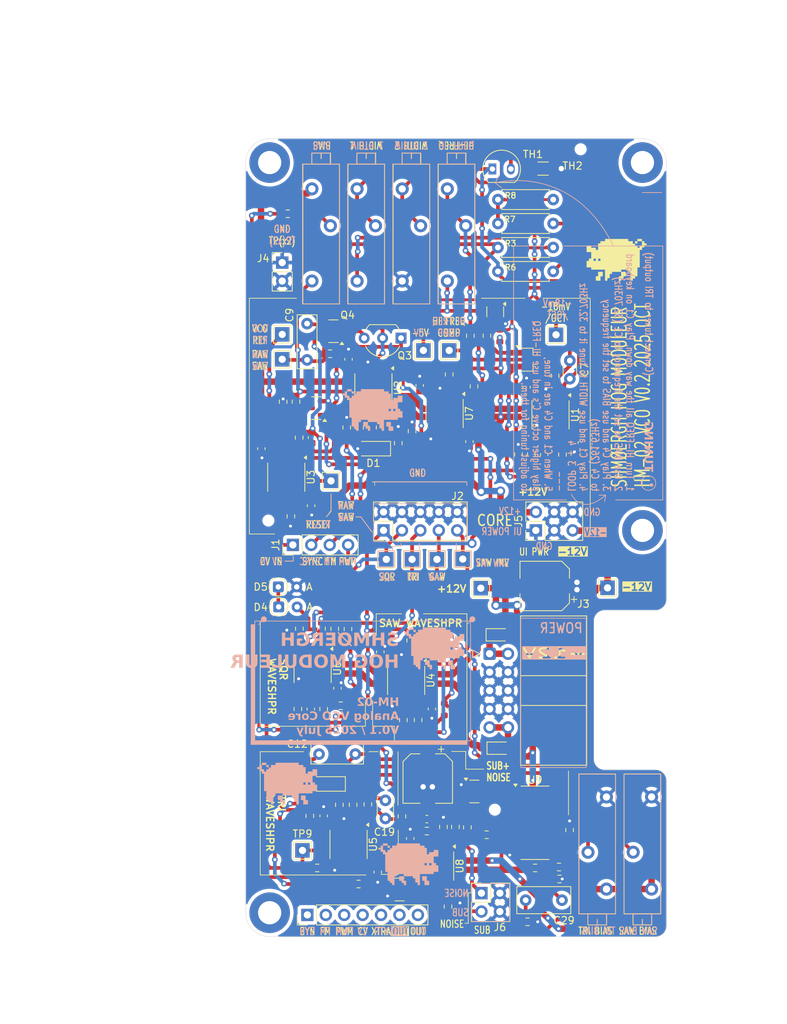
<source format=kicad_pcb>
(kicad_pcb (version 20241229) (generator "pcbnew") (generator_version "9.0")
  (layers (0 "F.Cu" signal) (2 "B.Cu" signal) (13 "F.Paste" user) (15 "B.Paste" user) (5 "F.SilkS" user "F.Silkscreen") (7 "B.SilkS" user "B.Silkscreen") (1 "F.Mask" user) (3 "B.Mask" user) (25 "Edge.Cuts" user))
  (net 0 "")
  (net 1 "GND")
  (net 2 "+12V")
  (net 3 "-12V")
  (net 4 "Net-(C7-Pad2)")
  (net 5 "CV")
  (net 6 "Net-(C8-Pad2)")
  (net 7 "/Raw oscillator/I_REF")
  (net 8 "Net-(Q1B-C2)")
  (net 9 "RAW_SAW")
  (net 10 "Net-(Q3-G)")
  (net 11 "Net-(U3-+)")
  (net 12 "Net-(C11-Pad1)")
  (net 13 "Net-(D1-K)")
  (net 14 "SAW_INV")
  (net 15 "Net-(D2-K)")
  (net 16 "TRI")
  (net 17 "Net-(U5A--)")
  (net 18 "Net-(U6B--)")
  (net 19 "SQR")
  (net 20 "SAW")
  (net 21 "Net-(D4-A)")
  (net 22 "Net-(D4-K)")
  (net 23 "FM")
  (net 24 "SQR_SHAPE")
  (net 25 "HARD_SYNC")
  (net 26 "Net-(Q1A-B1)")
  (net 27 "Net-(Q1A-E1)")
  (net 28 "Net-(Q2-E)")
  (net 29 "/Raw oscillator/HI_FREQ_COMP")
  (net 30 "Net-(Q2-B)")
  (net 31 "Net-(Q5-B)")
  (net 32 "Net-(Q5-C)")
  (net 33 "Net-(R1-Pad1)")
  (net 34 "Net-(R3-Pad2)")
  (net 35 "Net-(R6-Pad2)")
  (net 36 "Net-(R8-Pad2)")
  (net 37 "Net-(R12-Pad2)")
  (net 38 "Net-(U2B--)")
  (net 39 "Net-(U4A--)")
  (net 40 "Net-(R24-Pad2)")
  (net 41 "Net-(R28-Pad2)")
  (net 42 "Net-(U4B--)")
  (net 43 "Net-(R32-Pad2)")
  (net 44 "Net-(U6A-+)")
  (net 45 "Net-(R35-Pad1)")
  (net 46 "Net-(U7A--)")
  (net 47 "-5V")
  (net 48 "Net-(U3-BAL)")
  (net 49 "Net-(U7B--)")
  (net 50 "Net-(Q6-E)")
  (net 51 "Net-(U8A-+)")
  (net 52 "Net-(Q7-C)")
  (net 53 "Net-(Q7-B)")
  (net 54 "Net-(U8A--)")
  (net 55 "Net-(U9-Reset)")
  (net 56 "Net-(U9-Q0)")
  (net 57 "Net-(C19-Pad1)")
  (net 58 "Net-(U8B--)")
  (net 70 "NOISE")
  (net 71 "SUB")
  (net 72 "Net-(C20-Pad2)")
  (net 74 "Net-(R30-Pad1)")
  (net 75 "Net-(R43-Pad2)")
  (net 76 "Net-(U8B-+)")
  (net 77 "Net-(C29-Pad1)")
  (net 78 "Net-(D6-A)")
  (net 79 "Net-(D7-K)")
  (footprint "Potentiometer_THT:Potentiometer_Bourns_3006P_Horizontal" (layer "F.Cu") (at 139.355053 63.628185 -90)
    (property "Reference" "R_WIDTH1")
    (property "Value" "See t.comp. table")
  )
  (footprint "Resistor_SMD:R_0603_1608Metric" (layer "F.Cu") (at 131.368 85.2105 90)
    (property "Reference" "R19")
    (property "Value" "330k")
  )
  (footprint "Resistor_SMD:R_0603_1608Metric" (layer "F.Cu") (at 137.096 122.174)
    (property "Reference" "R53")
    (property "Value" "1k")
  )
  (footprint "Resistor_SMD:R_0603_1608Metric" (layer "F.Cu") (at 152.053 76.49972 -90)
    (property "Reference" "R39")
    (property "Value" "240k")
  )
  (footprint "Potentiometer_THT:Potentiometer_Bourns_3006P_Horizontal" (layer "F.Cu") (at 151.801053 63.628185 -90)
    (property "Reference" "R_HIFREQ1")
    (property "Value" "2k (prec)")
  )
  (footprint "Capacitor_SMD:C_0603_1608Metric" (layer "F.Cu") (at 147.989 78.02372 -90)
    (property "Reference" "C22")
    (property "Value" "100n")
  )
  (footprint "Resistor_SMD:R_1206_3216Metric_Pad1.30x1.75mm_HandSolder" (layer "F.Cu") (at 164.999 48.133)
    (property "Reference" "TH2")
    (property "Value" "PTS120602B100RP100")
  )
  (footprint "Resistor_SMD:R_0603_1608Metric" (layer "F.Cu") (at 155.482 78.15072 -90)
    (property "Reference" "R40")
    (property "Value" "100k")
  )
  (footprint "Capacitor_SMD:C_0603_1608Metric" (layer "F.Cu") (at 169.325 85.89072 -90)
    (property "Reference" "C5")
    (property "Value" "100n")
  )
  (footprint "Potentiometer_THT:Potentiometer_Bourns_3006P_Horizontal" (layer "F.Cu") (at 133.132053 63.628185 -90)
    (property "Reference" "R_BIAS1")
    (property "Value" "100k (prec)")
  )
  (footprint "Package_SO:SOIC-8_3.9x4.9mm_P1.27mm" (layer "F.Cu") (at 150.114 144.272 -90)
    (property "Reference" "U8")
    (property "Value" "TL072")
  )
  (footprint "Resistor_SMD:R_0603_1608Metric" (layer "F.Cu") (at 129.794 54.356 180)
    (property "Reference" "R1")
    (property "Value" "100k")
  )
  (footprint "Resistor_SMD:R_0603_1608Metric" (layer "F.Cu") (at 129.159 80.2575 -90)
    (property "Reference" "R18")
    (property "Value" "100k")
  )
  (footprint "Resistor_SMD:R_0603_1608Metric" (layer "F.Cu") (at 147.766 124.142 -90)
    (property "Reference" "R30")
    (property "Value" "100k")
  )
  (footprint "Resistor_SMD:R_0603_1608Metric" (layer "F.Cu") (at 163.894 144.526)
    (property "Reference" "R45")
    (property "Value" "47k")
  )
  (footprint "Resistor_SMD:R_0603_1608Metric" (layer "F.Cu") (at 163.384778 87.54172 90)
    (property "Reference" "R4")
    (property "Value" "1M")
  )
  (footprint "Resistor_SMD:R_0603_1608Metric" (layer "F.Cu") (at 148.401 113.093 90)
    (property "Reference" "R26")
    (property "Value" "27k")
  )
  (footprint "Resistor_SMD:R_0603_1608Metric" (layer "F.Cu") (at 167.674 87.54872 90)
    (property "Reference" "R9")
    (property "Value" "1.5k")
  )
  (footprint "Package_SO:SOIC-8_3.9x4.9mm_P1.27mm" (layer "F.Cu") (at 151.418 81.89572 -90)
    (property "Reference" "U7")
    (property "Value" "TL072")
  )
  (footprint "Connector_PinHeader_2.54mm:PinHeader_1x07_P2.54mm_Vertical" (layer "F.Cu") (at 132.5 151 90)
    (property "Reference" "J8")
    (property "Value" "Conn_01x07")
  )
  (footprint "Package_SO:SOIC-8_3.9x4.9mm_P1.27mm" (layer "F.Cu") (at 133.223 117.03 -90)
    (property "Reference" "U6")
    (property "Value" "TL072")
  )
  (footprint "Resistor_SMD:R_0603_1608Metric" (layer "F.Cu") (at 151.892 149.86 90)
    (property "Reference" "R55")
    (property "Value" "1k")
  )
  (footprint "Resistor_SMD:R_0603_1608Metric" (layer "F.Cu") (at 145.542 137.414 90)
    (property "Reference" "R52")
    (property "Value" "1k")
  )
  (footprint "Resistor_SMD:R_0603_1608Metric" (layer "F.Cu") (at 162.862 151.95 180)
    (property "Reference" "R56")
    (property "Value" "220k")
  )
  (footprint "Connector_PinHeader_2.54mm:PinHeader_2x03_P2.54mm_Vertical" (layer "F.Cu") (at 164 98 90)
    (property "Reference" "J5")
    (property "Value" "Conn_02x03_Odd_Even")
  )
  (footprint "Shmoergh_Custom_Footprints:R_Axial_DIN0207_L6.3mm_D2.5mm_P7.62mm_Horizontal" (layer "F.Cu") (at 158.776 62.3065)
    (property "Reference" "R6")
    (property "Value" "See t.comp. table")
  )
  (footprint "Resistor_SMD:R_0603_1608Metric" (layer "F.Cu") (at 139.557 146.743 180)
    (property "Reference" "R44")
    (property "Value" "220k")
  )
  (footprint "Resistor_SMD:R_0603_1608Metric" (layer "F.Cu") (at 134.747 122.618 -90)
    (property "Reference" "R38")
    (property "Value" "100k")
  )
  (footprint "Package_SO:SOIC-8_3.9x4.9mm_P1.27mm" (layer "F.Cu") (at 138.176 141.287 -90)
    (property "Reference" "U5")
    (property "Value" "TL072")
  )
  (footprint "MountingHole:MountingHole_3.2mm_M3_DIN965_Pad" (layer "F.Cu") (at 178.7 98)
    (property "Reference" "H2")
    (property "Value" "MountingHole")
  )
  (footprint "Resistor_SMD:R_0603_1608Metric" (layer "F.Cu") (at 148.971 139.446)
    (property "Reference" "R57")
    (property "Value" "100k")
  )
  (footprint "Capacitor_SMD:C_0603_1608Metric" (layer "F.Cu") (at 134.747 137.35 -90)
    (property "Reference" "C16")
    (property "Value" "100n")
  )
  (footprint "Capacitor_SMD:C_0603_1608Metric" (layer "F.Cu") (at 143.256 83.8265 -90)
    (property "Reference" "C11")
    (property "Value" "47p")
  )
  (footprint "Resistor_SMD:R_0603_1608Metric" (layer "F.Cu") (at 139.7 83.8135 90)
    (property "Reference" "R14")
    (property "Value" "10k")
  )
  (footprint "Package_TO_SOT_SMD:SOT-23" (layer "F.Cu") (at 155.5265 133.985)
    (property "Reference" "Q6")
    (property "Value" "BC847")
  )
  (footprint "Resistor_SMD:R_0603_1608Metric" (layer "F.Cu") (at 134.4422 111.5436 90)
    (property "Reference" "R34")
    (property "Value" "220k")
  )
  (footprint "Diode_THT:D_DO-34_SOD68_P2.54mm_Vertical_AnodeUp" (layer "F.Cu") (at 128.49153 105.791)
    (property "Reference" "D5")
    (property "Value" "5.1V")
  )
  (footprint "Package_SO:SOIC-8_3.9x4.9mm_P1.27mm" (layer "F.Cu") (at 166.023 82.06772 -90)
    (property "Reference" "U1")
    (property "Value" "TL072")
  )
  (footprint "Package_SO:SOIC-16_3.9x9.9mm_P1.27mm" (layer "F.Cu") (at 163.892 138.303)
    (property "Reference" "U9")
    (property "Value" "CD4040BM96")
  )
  (footprint "Diode_SMD:D_SOD-323" (layer "F.Cu") (at 158.877 128.016)
    (property "Reference" "D6")
    (property "Value" "1N5817")
  )
  (footprint "Capacitor_SMD:C_0603_1608Metric" (layer "F.Cu") (at 136.652 119.761 90)
    (property "Reference" "C13")
    (property "Value" "100n")
  )
  (footprint "Resistor_SMD:R_0603_1608Metric" (layer "F.Cu") (at 167.196 144.399)
    (property "Reference" "R47")
    (property "Value" "10k")
  )
  (footprint "Capacitor_SMD:C_0603_1608Metric" (layer "F.Cu") (at 133.146 85.2105 90)
    (property "Reference" "C10")
    (property "Value" "22p")
  )
  (footprint "Diode_SMD:D_SOD-123" (layer "F.Cu") (at 129.921 132.905)
    (property "Reference" "D3")
    (property "Value" "1N4148")
  )
  (footprint "Capacitor_SMD:C_0603_1608Metric" (layer "F.Cu") (at 149.671 122.618 -90)
    (property "Reference" "C17")
    (property "Value" "100n")
  )
  (footprint "MountingHole:MountingHole_3.2mm_M3_DIN965_Pad" (layer "F.Cu") (at 127.3 47.3)
    (property "Reference" "H1")
    (property "Value" "MountingHole")
  )
  (footprint "Resistor_SMD:R_0603_1608Metric" (layer "F.Cu") (at 167.259 146.05 180)
    (property "Reference" "R48")
    (property "Value" "56k")
  )
  (footprint "Shmoergh_Custom_Footprints:R_Axial_DIN0207_L6.3mm_D2.5mm_P7.62mm_Horizontal" (layer "F.Cu") (at 158.776 52.4005)
    (property "Reference" "R8")
    (property "Value" "See t.comp. table")
  )
  (footprint "Resistor_SMD:R_0603_1608Metric" (layer "F.Cu") (at 159.038 71.16572 90)
    (property "Reference" "R10")
    (property "Value" "1M")
  )
  (footprint "Resistor_SMD:R_0603_1608Metric" (layer "F.Cu") (at 157.226 139.954 180)
    (property "Reference" "R41")
    (property "Value" "100k")
  )
  (footprint "Package_TO_SOT_SMD:SOT-363_SC-70-6" (layer "F.Cu") (at 158.403 67.86372 -90)
    (property "Reference" "Q1")
    (property "Value" "BC847BS")
  )
  (footprint "Connector_PinHeader_2.54mm:PinHeader_2x05_P2.54mm_Vertical" (layer "F.Cu") (at 143 98 90)
    (property "Reference" "J2")
    (property "Value" "Conn_02x05_Odd_Even")
  )
  (footprint "Resistor_SMD:R_0603_1608Metric" (layer "F.Cu") (at 154.559 138.938 -90)
    (property "Reference" "R54")
    (property "Value" "1k")
  )
  (footprint "Capacitor_THT:C_Rect_L7.2mm_W3.5mm_P5.00mm_FKS2_FKP2_MKS2_MKP2" (layer "F.Cu") (at 167.6 148.971 180)
    (property "Reference" "C29")
    (property "Value" "470n")
  )
  (footprint "Resistor_SMD:R_0603_1608Metric" (layer "F.Cu") (at 146.939 84.3215 90)
    (property "Reference" "R22")
    (property "Value" "47k")
  )
  (footprint "Resistor_SMD:R_0603_1608Metric" (layer "F.Cu") (at 168.656 139.319 90)
    (property "Reference" "R46")
    (property "Value" "47k")
  )
  (footprint "Capacitor_SMD:C_0603_1608Metric" (layer "F.Cu") (at 148.971 137.795 180)
    (property "Reference" "C28")
    (property "Value" "1u")
  )
  (footprint "Resistor_SMD:R_0603_1608Metric" (layer "F.Cu") (at 166.658 76.66972 90)
    (property "Reference" "R2")
    (property "Value" "150k")
  )
  (footprint "Capacitor_SMD:C_0603_1608Metric" (layer "F.Cu") (at 145.034 82.2895 -90)
    (property "Reference" "C3")
    (property "Value" "100n")
  )
  (footprint "MountingHole:ToolingHole_1.152mm" (layer "F.Cu") (at 127.127 96.647)
    (property "Reference" "REF**" (hide yes))
    (property "Value" "ToolingHole_1.152mm")
  )
  (footprint "Package_TO_SOT_SMD:SOT-23_Handsoldering" (layer "F.Cu") (at 162.848 74.46772)
    (property "Reference" "Q2")
    (property "Value" "MMBT3906")
  )
  (footprint "Package_SO:SOIC-8_3.9x4.9mm_P1.27mm" (layer "F.Cu") (at 141.605 78.3525 -90)
    (property "Reference" "U2")
    (property "Value" "TL072")
  )
  (footprint "TestPoint:TestPoint_THTPad_2.0x2.0mm_Drill1.0mm" (layer "F.Cu") (at 129.032 74.4155)
    (property "Reference" "TP3")
    (property "Value" "RAW_SAW")
  )
  (footprint "TestPoint:TestPoint_THTPad_2.0x2.0mm_Drill1.0mm" (layer "F.Cu") (at 166.785 71.03872)
    (property "Reference" "TP1")
    (property "Value" "-18mV/V")
  )
  (footprint "Resistor_SMD:R_0603_1608Metric" (layer "F.Cu") (at 151.384 122.682 90)
    (property "Reference" "R50")
    (property "Value" "1k")
  )
  (footprint "Capacitor_SMD:C_0603_1608Metric" (layer "F.Cu") (at 146.685 140.462 -90)
    (property "Reference" "C27")
    (property "Value" "100n")
  )
  (footprint "Potentiometer_THT:Potentiometer_Bourns_3006P_Horizontal" (layer "F.Cu") (at 173.736 134.748327 90)
    (property "Reference" "RV_TRI_BIAS1")
    (property "Value" "100k (prec)")
  )
  (footprint "Resistor_SMD:R_0603_1608Metric" (layer "F.Cu") (at 131.3942 111.5436 90)
    (property "Reference" "R32")
    (property "Value" "47k")
  )
  (footprint "Resistor_SMD:R_0603_1608Metric" (layer "F.Cu") (at 161.606778 87.54172 -90)
    (property "Reference" "R5")
    (property "Value" "100k")
  )
  (footprint "TestPoint:TestPoint_THTPad_2.0x2.0mm_Drill1.0mm" (layer "F.Cu") (at 129.032 70.9865)
    (property "Reference" "TP4")
    (property "Value" "VCOVREF")
  )
  (footprint "Diode_THT:D_DO-34_SOD68_P2.54mm_Vertical_AnodeUp" (layer "F.Cu") (at 128.54233 108.5464)
    (property "Reference" "D4")
    (property "Value" "5.1V")
  )
  (footprint "Capacitor_SMD:C_0603_1608Metric" (layer "F.Cu") (at 129.667 113.093 -90)
    (property "Reference" "C14")
    (property "Value" "100n")
  )
  (footprint "Resistor_SMD:R_0603_1608Metric" (layer "F.Cu") (at 152.908 138.875 -90)
    (property "Reference" "R43")
    (property "Value" "100k")
  )
  (footprint "Capacitor_SMD:C_0603_1608Metric" (layer "F.Cu") (at 142.2 145.097 -90)
    (property "Reference" "C15")
    (property "Value" "100n")
  )
  (footprint "TestPoint:TestPoint_THTPad_2.0x2.0mm_Drill1.0mm" (layer "F.Cu") (at 146.939 101.992)
    (property "Reference" "TP8")
    (property "Value" "TRI")
  )
  (footprint "Resistor_SMD:R_0603_1608Metric" (layer "F.Cu") (at 137.922 83.8135 90)
    (property "Reference" "R13")
    (property "Value" "1M")
  )
  (footprint "Connector_PinHeader_2.54mm:PinHeader_1x02_P2.54mm_Vertical" (layer "F.Cu") (at 129.032 61.087)
    (property "Reference" "J4")
    (property "Value" "Conn_01x02")
  )
  (footprint "Capacitor_THT:C_Rect_L7.2mm_W2.5mm_P5.00mm_FKS2_FKP2_MKS2_MKP2" (layer "F.Cu") (at 132.461 69.5025 -90)
    (property "Reference" "C9")
    (property "Value" "2.2nF (foil)")
  )
  (footprint "Connector_PinHeader_2.54mm:PinHeader_2x02_P2.54mm_Vertical" (layer "F.Cu") (at 156.5 148)
    (property "Reference" "J6")
    (property "Value" "Conn_02x02_Counter_Clockwise")
  )
  (footprint "Capacitor_SMD:C_0603_1608Metric" (layer "F.Cu") (at 138.176 74.4155 -90)
    (property "Reference" "C4")
    (property "Value" "100n")
  )
  (footprint "Diode_SMD:D_SOD-123" (layer "F.Cu") (at 135.382 132.953 180)
    (property "Reference" "D2")
    (property "Value" "1N4148")
  )
  (footprint "Shmoergh_Logo:Gyeszno" (layer "F.Cu") (at 175.133 60.706)
    (property "Reference" "G***" (hide yes))
    (property "Value" "LOGO" (hide yes))
  )
  (footprint "Capacitor_THT:C_Disc_D3.0mm_W2.0mm_P2.50mm" (layer "F.Cu") (at 143.256 137.711 90)
    (property "Reference" "C19")
    (property "Value" "22p")
  )
  (footprint "Package_SO:SOIC-8_3.9x4.9mm_P1.27mm" (layer "F.Cu") (at 146.115 118.681 -90)
    (property "Reference" "U4")
    (property "Value" "TL072")
  )
  (footprint "Capacitor_THT:C_Disc_D3.0mm_W1.6mm_P2.50mm" (layer "F.Cu") (at 168.69 74.59472 -90)
    (property "Reference" "C7")
    (property "Value" "100p-1n")
  )
  (footprint "Capacitor_SMD:C_0603_1608Metric" (layer "F.Cu") (at 154.847 85.77072 -90)
    (property "Reference" "C21")
    (property "Value" "100n")
  )
  (footprint "Resistor_SMD:R_0603_1608Metric" (layer "F.Cu") (at 140.843 135.763 90)
    (property "Reference" "R31")
    (property "Value" "220k")
  )
  (footprint "Resistor_SMD:R_0603_1608Metric" (layer "F.Cu") (at 150.179 113.093 -90)
    (property "Reference" "R24")
    (property "Value" "15k")
  )
  (footprint "Resistor_SMD:R_0603_1608Metric" (layer "F.Cu") (at 136.271 111.569 90)
    (property "Reference" "R35")
    (property "Value" "2.2M")
  )
  (footprint "TestPoint:TestPoint_THTPad_2.0x2.0mm_Drill1.0mm" (layer "F.Cu") (at 148.497 73.19772)
    (property "Reference" "TP11")
    (property "Value" "-5V")
  )
  (footprint "Resistor_SMD:R_0603_1608Metric" (layer "F.Cu") (at 154.974 71.16572 90)
    (property "Reference" "R12")
    (property "Value" "510")
  )
  (footprint "Package_TO_SOT_SMD:SOT-23" (layer "F.Cu") (at 145.209 147.505)
    (property "Reference" "Q7")
    (property "Value" "MMBT5551")
  )
  (footprint "Capacitor_THT:C_Rect_L7.0mm_W2.5mm_P5.00mm" (layer "F.Cu") (at 134.112 128.836)
    (property "Reference" "C12")
    (property "Value" "10p-100p")
  )
  (footprint "TestPoint:TestPoint_THTPad_2.0x2.0mm_Drill1.0mm" (layer "F.Cu") (at 156.4132 105.9688)
    (property "Reference" "TP12")
    (property "Value" "12V")
  )
  (footprint "Capacitor_SMD:C_0603_1608Metric" (layer "F.Cu") (at 165.162778 87.54172 -90)
    (property "Reference" "C8")
    (property "Value" "100p")
  )
  (footprint "Capacitor_SMD:C_0603_1608Metric" (layer "F.Cu") (at 126.161 86.7345 90)
    (property "Reference" "C2")
    (property "Value" "100n")
  )
  (footprint "Capacitor_SMD:C_0603_1608Metric" (layer "F.Cu") (at 153.543 148.082 -90)
    (property "Reference" "C26")
    (property "Value" "100n")
  )
  (footprint "Resistor_SMD:R_0603_1608Metric" (layer "F.Cu") (at 145.034 85.9725 90)
    (property "Reference" "R21")
    (property "Value" "100k")
  )
  (footprint "Diode_SMD:D_SOD-123" (layer "F.Cu") (at 141.605 86.7345 180)
    (property "Reference" "D1")
    (property "Value" "1N4148")
  )
  (footprint "Package_SO:SOIC-8_3.9x4.9mm_P1.27mm" (layer "F.Cu") (at 129.59 90.6715 -90)
    (property "Reference" "U3")
    (property "Value" "LM311")
  )
  (footprint "Package_TO_SOT_SMD:SOT-23" (layer "F.Cu") (at 136.0955 70.5445 180)
    (property "Reference" "Q4")
    (property "Value" "MMBFJ111")
  )
  (footprint "Potentiometer_THT:Potentiometer_Bourns_3006P_Horizontal" (layer "F.Cu") (at 179.959 134.739327 90)
    (property "Reference" "RV_SAW_BIAS1")
    (property "Value" "10k (prec)")
  )
  (footprint "MountingHole:MountingHole_3.2mm_M3_DIN965_Pad" (layer "F.Cu") (at 178.7 47.3)
    (property "Reference" "H4")
    (property "Value" "MountingHole")
  )
  (footprint "TestPoint:TestPoint_THTPad_2.0x2.0mm_Drill1.0mm" (layer "F.Cu") (at 153.924 101.952)
    (property "Reference" "TP6")
    (property "Value" "SAWInv")
  )
  (footprint "Resistor_SMD:R_0603_1608Metric" (layer "F.Cu") (at 146.75 113.157 90)
    (property "Reference" "R23")
    (property "Value" "15k")
  )
  (footprint "TestPoint:TestPoint_THTPad_2.0x2.0mm_Drill1.0mm" (layer "F.Cu") (at 173.8884 105.918)
    (property "Reference" "TP13")
    (property "Value" "-12V")
  )
  (footprint "MountingHole:ToolingHole_1.152mm" (layer "F.Cu") (at 170.18 45.466)
    (property "Reference" "REF**" (hide yes))
    (property "Value" "ToolingHole_1.152mm")
  )
  (footprint "TestPoint:TestPoint_THTPad_2.0x2.0mm_Drill1.0mm" (layer "F.Cu") (at 135.763 91.1795)
    (property "Reference" "TP5")
    (property "Value" "Reset OUT")
  )
  (footprint "Resistor_SMD:R_0603_1608Metric" (layer "F.Cu") (at 141.478 83.8135 -90)
    (property "Reference" "R15")
    (property "Value" "100k")
  )
  (footprint "Shmoergh_Custom_Footprints:R_Axial_DIN0207_L6.3mm_D2.5mm_P7.62mm_Horizontal" (layer "F.Cu") (at 158.776 59.0045)
    (property "Reference" "R3")
    (property "Value" "See t.comp. table")
  )
  (footprint "Connector_IDC:IDC-Header_2x05_P2.54mm_Horizontal" (layer "F.Cu") (at 157.6245 115)
    (property "Reference" "J3")
    (property "Value" "Conn_02x05_Odd_Even")
  )
  (footprint "Resistor_SMD:R_0603_1608Metric" (layer "F.Cu") (at 130.937 80.2575 90)
    (property "Reference" "R17")
    (property "Value" "150k")
  )
  (footprint "MountingHole:ToolingHole_1.152mm" (layer "F.Cu") (at 158.3436 136.4996)
    (property "Reference" "REF**" (hide yes))
    (property "Value" "ToolingHole_1.152mm")
  )
  (footprint "Resistor_SMD:R_0603_1608Metric" (layer "F.Cu") (at 133.858 144.526 180)
    (property "Reference" "R37")
    (property "Value" "100k")
  )
  (footprint "Capacitor_SMD:C_0603_1608Metric" (layer "F.Cu") (at 142.559 114.744 -90)
    (property "Reference" "C18")
    (property "Value" "100n")
  )
  (footprint "TestPoint:TestPoint_THTPad_2.0x2.0mm_Drill1.0mm" (layer "F.Cu") (at 152.053 73.19772)
    (property "Reference" "TP2")
    (property "Value" "HiFreq")
  )
  (footprint "TestPoint:TestPoint_THTPad_2.0x2.0mm_Drill1.0mm" (layer "F.Cu") (at 131.826 142.113)
    (property "Reference" "TP9")
    (property "Value" "PW")
  )
  (footprint "Capacitor_SMD:C_0603_1608Metric" (layer "F.Cu") (at 162.721 78.27072 -90)
    (property "Reference" "C6")
    (property "Value" "100n")
  )
  (footprint "Resistor_SMD:R_0603_1608Metric" (layer "F.Cu") (at 131.191 122.618 -90)
    (property "Reference" "R36")
    (property "Value" "240k")
  )
  (footprint "Capacitor_SMD:CP_Elec_6.3x7.7" (layer "F.Cu") (at 165.227 105.664 180)
    (property "Reference" "C24")
    (property "Value" "100u")
  )
  (footprint "Resistor_SMD:R_0603_1608Metric" (layer "F.Cu") (at 135.636 73.6535)
    (property "Reference" "R16")
    (property "Value" "22k")
  )
  (footprint "Package_TO_SOT_SMD:SOT-23" (layer "F.Cu") (at 133.731 81.1465 180)
    (property "Reference" "Q5")
    (property "Value" "MMBT5551")
  )
  (footprint "Capacitor_SMD:CP_Elec_6.3x7.7" (layer "F.Cu") (at 149.098 132.207 -90)
    (property "Reference" "C23")
    (property "Value" "100u")
  )
  (footprint "TestPoint:TestPoint_THTPad_2.0x2.0mm_Drill1.0mm" (layer "F.Cu") (at 150.368 101.992)
    (property "Reference" "TP7")
    (property "Value" "SAW")
  )
  (footprint "MountingHole:MountingHole_3.2mm_M3_DIN965_Pad" (layer "F.Cu") (at 127.3 150.7)
    (property "Reference" "H3")
    (property "Value" "MountingHole")
  )
  (footprint "Shmoergh_Custom_Footprints:R_Axial_DIN0207_L6.3mm_D2.5mm_P7.62mm_Horizontal" (layer "F.Cu") (at 166.396 55.7025 180)
    (property "Reference" "R7")
    (property "Value" "See t.comp. table")
  )
  (footprint "Capacitor_SMD:C_0603_1608Metric" (layer "F.Cu") (at 133.019 94.6085 -90)
    (property "Reference" "C1")
    (property "Value" "100n")
  )
  (footprint "Resistor_SMD:R_0603_1608Metric" (layer "F.Cu") (at 136.906 135.826 90)
    (property "Reference" "R27")
    (property "Value" "100k")
  )
  (footprint "Connector_PinHeader_2.54mm:PinHeader_1x04_P2.54mm_Vertical" (layer "F.Cu") (at 130.5 100 90)
    (property "Reference" "J1")
    (property "Value" "Conn_01x04")
  )
  (footprint "Capacitor_SMD:C_0603_1608Metric" (layer "F.Cu") (at 132.969 122.618 90)
    (property "Reference" "C20")
    (property "Value" "33p")
  )
  (footprint "Resistor_SMD:R_0603_1608Metric" (layer "F.Cu") (at 157.26 71.16572 -90)
    (property "Reference" "R11")
    (property "Value" "1.5k")
  )
  (footprint "Diode_SMD:D_SOD-323" (layer "F.Cu") (at 158.75 112.395)
    (property "Reference" "D7")
    (property "Value" "1N5817")
  )
  (footprint "Package_TO_SOT_THT:TO-92-2" (layer "F.Cu") (at 158.014 48.1885)
    (property "Reference" "TH1")
    (property "Value" "See t.comp. table")
  )
  (footprint "Resistor_SMD:R_0603_1608Metric" (layer "F.Cu") (at 132.842 137.35 -90)
    (property "Reference" "R25")
    (property "Value" "100k")
  )
  (footprint "Resistor_SMD:R_0603_1608Metric" (layer "F.Cu") (at 138.0998 111.5944 90)
    (property "Reference" "R33")
    (property "Value" "2.2k")
  )
  (footprint "Resistor_SMD:R_0603_1608Metric" (layer "F.Cu") (at 151.257 138.874 -90)
    (property "Reference" "R42")
    (property "Value" "680")
  )
  (footprint "Resistor_SMD:R_0603_1608Metric" (layer "F.Cu") (at 145.734 124.142 -90)
    (property "Reference" "R29")
    (property "Value" "100k")
  )
  (footprint "Resistor_SMD:R_0603_1608Metric" (layer "F.Cu") (at 138.811 135.826 90)
    (property "Reference" "R28")
    (property "Value" "100k")
  )
  (footprint "Package_TO_SOT_THT:TO-92_Inline_Wide" (layer "F.Cu") (at 145.415 71.4945 180)
    (property "Reference" "Q3")
    (property "Value" "J111")
  )
  (footprint "Potentiometer_THT:Potentiometer_Bourns_3006P_Horizontal" (layer "F.Cu") (at 145.578053 63.628185 -90)
    (property "Reference" "R_WIDTH2")
    (property "Value" "See t.comp. table")
  )
  (footprint "TestPoint:TestPoint_THTPad_2.0x2.0mm_Drill1.0mm" (layer "F.Cu") (at 143.383 101.992)
    (property "Reference" "TP10")
    (property "Value" "SQR")
  )
  (footprint "Resistor_SMD:R_0603_1608Metric" (layer "F.Cu") (at 130.225 96.0685 -90)
    (property "Reference" "R20")
    (property "Value" "2.2k")
  )
  (footprint "Shmoergh_Logo:Gyeszno" (layer "B.Cu") (at 141.478 81.407 180)
    (property "Reference" "G***" (hide yes))
    (property "Value" "LOGO" (hide yes))
  )
  (footprint "Shmoergh_Logo:Gyeszno" (layer "B.Cu") (at 146.431 144.018 180)
    (property "Reference" "G***" (hide yes))
    (property "Value" "LOGO" (hide yes))
  )
  (footprint "Shmoergh_Logo:Gyeszno" (layer "B.Cu") (at 150 114.267 180)
    (property "Reference" "G***" (hide yes))
    (property "Value" "LOGO" (hide yes))
  )
  (footprint "Shmoergh_Logo:Gyeszno" (layer "B.Cu") (at 129.715 132.9 180)
    (property "Reference" "G***" (hide yes))
    (property "Value" "LOGO" (hide yes))
  )
  (gr_line (start 126 128.5) (end 126 145.5) (stroke (width 0.1)) (layer "F.SilkS"))
  (gr_line (start 139.875295 96.139) (end 141.399 98.2) (stroke (width 0.1)) (layer "F.SilkS"))
  (gr_line (start 126 125) (end 126 110.5) (stroke (width 0.1)) (layer "F.SilkS"))
  (gr_line (start 139.192 96.139) (end 139.875295 96.139) (stroke (width 0.1)) (layer "F.SilkS"))
  (gr_line (start 140.5 125) (end 140.5 121.5) (stroke (width 0.1)) (layer "F.SilkS"))
  (gr_line (start 154.686 152.146) (end 154.686 147.955) (stroke (width 0.1)) (layer "F.SilkS"))
  (gr_line (start 154.3304 128.4732) (end 154.3304 130.9116) (stroke (width 0.1)) (layer "F.SilkS"))
  (gr_line (start 141.478 91.313) (end 154.432 91.313) (stroke (width 0.1)) (layer "F.SilkS"))
  (gr_line (start 168.5036 131.1656) (end 168.5036 137.2108) (stroke (width 0.1)) (layer "F.SilkS"))
  (gr_line (start 128 98.5) (end 124.5 98.5) (stroke (width 0.1)) (layer "F.SilkS"))
  (gr_line (start 135.763 95.377) (end 135.128 96.139) (stroke (width 0.1)) (layer "F.SilkS"))
  (gr_line (start 144.5 125) (end 144.5 127) (stroke (width 0.1)) (layer "F.SilkS"))
  (gr_line (start 124.5 66) (end 131 66) (stroke (width 0.1)) (layer "F.SilkS"))
  (gr_line (start 152.4 128.4732) (end 154.3304 128.4732) (stroke (width 0.1)) (layer "F.SilkS"))
  (gr_line (start 154.686 152.146) (end 154.2288 152.146) (stroke (width 0.1)) (layer "F.SilkS"))
  (gr_line (start 171.5 66) (end 171.5 98.5) (stroke (width 0.1)) (layer "F.SilkS"))
  (gr_line (start 145.034 145.415) (end 142.621 145.415) (stroke (width 0.1)) (layer "F.SilkS"))
  (gr_line (start 154.5 109.5) (end 148.5 109.5) (stroke (width 0.1)) (layer "F.SilkS"))
  (gr_line (start 144.5 127) (end 154.5 127) (stroke (width 0.1)) (layer "F.SilkS"))
  (gr_line (start 145.5 109.5) (end 142 109.5) (stroke (width 0.1)) (layer "F.SilkS"))
  (gr_line (start 154.5 127) (end 154.5 109.5) (stroke (width 0.1)) (layer "F.SilkS"))
  (gr_line (start 141.5 125) (end 141.5 121.5) (stroke (width 0.1)) (layer "F.SilkS"))
  (gr_line (start 126 145.5) (end 140.589 145.5) (stroke (width 0.1)) (layer "F.SilkS"))
  (gr_line (start 165 66) (end 171.5 66) (stroke (width 0.1)) (layer "F.SilkS"))
  (gr_line (start 141 128.5) (end 142.25 128.5) (stroke (width 0.1)) (layer "F.SilkS"))
  (gr_line (start 142 109.5) (end 142 112.5) (stroke (width 0.1)) (layer "F.SilkS"))
  (gr_line (start 132 128.5) (end 126 128.5) (stroke (width 0.1)) (layer "F.SilkS"))
  (gr_line (start 129.413 102.235) (end 130.556 102.235) (stroke (width 0.1)) (layer "F.SilkS"))
  (gr_line (start 135.763 92.964) (end 135.763 95.377) (stroke (width 0.1)) (layer "F.SilkS"))
  (gr_line (start 137.5 125) (end 140.5 125) (stroke (width 0.1)) (layer "F.SilkS"))
  (gr_line (start 130.556 102.235) (end 130.556 101.6) (stroke (width 0.1)) (layer "F.SilkS"))
  (gr_line (start 135 125) (end 126 125) (stroke (width 0.1)) (layer "F.SilkS"))
  (gr_line (start 145 128.5) (end 145 135.89) (stroke (width 0.1)) (layer "F.SilkS"))
  (gr_line (start 124.5 98.5) (end 124.5 66) (stroke (width 0.1)) (layer "F.SilkS"))
  (gr_line (start 156.5 66) (end 162.5 66) (stroke (width 0.1)) (layer "F.SilkS"))
  (gr_line (start 145.034 139.319) (end 145.034 145.415) (stroke (width 0.1)) (layer "F.SilkS"))
  (gr_line (start 154.988 147.955) (end 154.686 147.955) (stroke (width 0.1)) (layer "F.SilkS"))
  (gr_line (start 141.5 125) (end 144.5 125) (stroke (width 0.1)) (layer "F.SilkS"))
  (gr_line (start 154.3304 130.9116) (end 156.8196 130.9116) (stroke (width 0.1)) (layer "F.SilkS"))
  (gr_rect (start 161.925 110.109) (end 170.942 130.683) (stroke (width 0.1)) (fill no) (layer "B.SilkS"))
  (gr_line (start 125.75 111) (end 126.5 110.25) (stroke (width 0.1)) (layer "B.SilkS"))
  (gr_line (start 145.415 99.793) (end 145.415 100.174) (stroke (width 0.1)) (layer "B.SilkS"))
  (gr_line (start 154.48 91.821) (end 154.48 91.313) (stroke (width 0.1)) (layer "B.SilkS"))
  (gr_line (start 144.272 100.174) (end 144.272 100.809) (stroke (width 0.1)) (layer "B.SilkS"))
  (gr_curve (pts (xy 173.609 93.138) (xy 170.2 96.1) (xy 168.9 93) (xy 168.9 93)) (stroke (width 0.1)) (layer "B.SilkS"))
  (gr_rect (start 139.319 45.974) (end 141.859 47.498) (stroke (width 0.1)) (fill no) (layer "B.SilkS"))
  (gr_rect (start 177.419 150.876) (end 179.959 152.4) (stroke (width 0.1)) (fill no) (layer "B.SilkS"))
  (gr_line (start 158.4 50.1) (end 159.3 50.8) (stroke (width 0.1)) (layer "B.SilkS"))
  (gr_line (start 167.9 58.8) (end 181.5 58.8) (stroke (width 0.1)) (layer "B.SilkS"))
  (gr_rect (start 141.653 94.332) (end 154.48 99.539) (stroke (width 0.1)) (fill no) (layer "B.SilkS"))
  (gr_rect (start 124.75 127) (end 154.5 127.5) (stroke (width 0.1)) (fill yes) (layer "B.SilkS"))
  (gr_rect (start 151.765 45.974) (end 154.305 47.498) (stroke (width 0.1)) (fill no) (layer "B.SilkS"))
  (gr_line (start 154.5 111) (end 155.25 110.25) (stroke (width 0.1)) (layer "B.SilkS"))
  (gr_rect (start 149.225 100.809) (end 151.511 103.095) (stroke (width 0.1)) (fill no) (layer "B.SilkS"))
  (gr_rect (start 152.781 100.809) (end 155.067 103.095) (stroke (width 0.1)) (fill no) (layer "B.SilkS"))
  (gr_line (start 139.192 96.139) (end 139.875 96.139) (stroke (width 0.1)) (layer "B.SilkS"))
  (gr_rect (start 133.096 45.974) (end 135.636 47.498) (stroke (width 0.1)) (fill no) (layer "B.SilkS"))
  (gr_line (start 155.321 114.554) (end 156.337 115.062) (stroke (width 0.1)) (layer "B.SilkS"))
  (gr_rect (start 176.149 131.572) (end 181.229 150.876) (stroke (width 0.1)) (fill no) (layer "B.SilkS"))
  (gr_line (start 155.321 115.57) (end 155.321 114.554) (stroke (width 0.1)) (layer "B.SilkS"))
  (gr_line (start 160.9344 93.8) (end 160.9344 58.8) (stroke (width 0.1)) (layer "B.SilkS"))
  (gr_rect (start 144.272 47.498) (end 149.352 66.802) (stroke (width 0.1)) (fill no) (layer "B.SilkS"))
  (gr_rect (start 142.24 100.809) (end 144.526 103.095) (stroke (width 0.1)) (fill no) (layer "B.SilkS"))
  (gr_line (start 141.78 91.313) (end 141.78 91.821) (stroke (width 0.1)) (layer "B.SilkS"))
  (gr_line (start 134.366 45.974) (end 134.366 46.736) (stroke (width 0.1)) (layer "B.SilkS"))
  (gr_line (start 165.3 58.8) (end 160.9344 58.8) (stroke (width 0.1)) (layer "B.SilkS"))
  (gr_circle (center 179.943 91.741) (end 179.816 91.868) (stroke (width 0.1)) (fill yes) (layer "B.SilkS"))
  (gr_rect (start 155.1785 146.685) (end 160.3855 151.892) (stroke (width 0.1)) (fill no) (layer "B.SilkS"))
  (gr_rect (start 171.196 150.876) (end 173.736 152.4) (stroke (width 0.1)) (fill no) (layer "B.SilkS"))
  (gr_circle (center 126.5 110.25) (end 126.25 110) (stroke (width 0.1)) (fill yes) (layer "B.SilkS"))
  (gr_line (start 150.368 99.793) (end 150.368 100.809) (stroke (width 0.1)) (layer "B.SilkS"))
  (gr_rect (start 138.049 47.498) (end 143.129 66.802) (stroke (width 0.1)) (fill no) (layer "B.SilkS"))
  (gr_curve (pts (xy 174.7 58.8) (xy 169 47.2) (xy 158.4 50.1) (xy 158.4 50.1)) (stroke (width 0.1)) (layer "B.SilkS"))
  (gr_line (start 172.466 152.4) (end 172.466 151.638) (stroke (width 0.1)) (layer "B.SilkS"))
  (gr_rect (start 131.826 47.498) (end 136.906 66.802) (stroke (width 0.1)) (fill no) (layer "B.SilkS"))
  (gr_line (start 153.035 45.974) (end 153.035 46.736) (stroke (width 0.1)) (layer "B.SilkS"))
  (gr_line (start 135.763 95.25) (end 135.763 93.091) (stroke (width 0.1)) (layer "B.SilkS"))
  (gr_line (start 158.4 50.1) (end 158.9 49.1) (stroke (width 0.1)) (layer "B.SilkS"))
  (gr_circle (center 179.537902 91.487) (end 178.902902 90.725) (stroke (width 0.1)) (fill no) (layer "B.SilkS"))
  (gr_rect (start 145.542 45.974) (end 148.082 47.498) (stroke (width 0.1)) (fill no) (layer "B.SilkS"))
  (gr_line (start 153.035 99.793) (end 153.035 100.809) (stroke (width 0.1)) (layer "B.SilkS"))
  (gr_line (start 147.955 99.793) (end 147.955 100.809) (stroke (width 0.1)) (layer "B.SilkS"))
  (gr_circle (center 155.25 110.25) (end 155 110) (stroke (width 0.1)) (fill yes) (layer "B.SilkS"))
  (gr_line (start 140.589 45.974) (end 140.589 46.736) (stroke (width 0.1)) (layer "B.SilkS"))
  (gr_line (start 129.413 102.235) (end 130.556 102.235) (stroke (width 0.1)) (layer "B.SilkS"))
  (gr_rect (start 125.25 110.5) (end 155 127) (stroke (width 0.1)) (fill no) (layer "B.SilkS"))
  (gr_line (start 145.415 100.174) (end 144.272 100.174) (stroke (width 0.1)) (layer "B.SilkS"))
  (gr_line (start 181.5 58.8) (end 181.5 93.8) (stroke (width 0.1)) (layer "B.SilkS"))
  (gr_rect (start 145.796 100.809) (end 148.082 103.095) (stroke (width 0.1)) (fill no) (layer "B.SilkS"))
  (gr_line (start 130.556 102.235) (end 130.556 101.6) (stroke (width 0.1)) (layer "B.SilkS"))
  (gr_line (start 181.5 93.8) (end 175 93.8) (stroke (width 0.1)) (layer "B.SilkS"))
  (gr_line (start 178.689 152.4) (end 178.689 151.638) (stroke (width 0.1)) (layer "B.SilkS"))
  (gr_line (start 181.356 51.435) (end 178.689 51.435) (stroke (width 0.1)) (layer "B.SilkS"))
  (gr_rect (start 150.495 47.498) (end 155.575 66.802) (stroke (width 0.1)) (fill no) (layer "B.SilkS"))
  (gr_rect (start 124.75 111) (end 125.25 127.5) (stroke (width 0.1)) (fill yes) (layer "B.SilkS"))
  (gr_line (start 135.128 96.139) (end 135.763 95.25) (stroke (width 0.1)) (layer "B.SilkS"))
  (gr_line (start 173.609 93.138) (end 172.72 93.138) (stroke (width 0.1)) (layer "B.SilkS"))
  (gr_line (start 156.337 115.062) (end 155.321 115.57) (stroke (width 0.1)) (layer "B.SilkS"))
  (gr_line (start 168.1988 93.8) (end 160.9344 93.8) (stroke (width 0.1)) (layer "B.SilkS"))
  (gr_rect (start 169.926 131.572) (end 175.006 150.876) (stroke (width 0.1)) (fill no) (layer "B.SilkS"))
  (gr_line (start 146.812 45.974) (end 146.812 46.736) (stroke (width 0.1)) (layer "B.SilkS"))
  (gr_line (start 154.48 91.313) (end 141.78 91.313) (stroke (width 0.1)) (layer "B.SilkS"))
  (gr_line (start 173.609 93.138) (end 173.482 94.027) (stroke (width 0.1)) (layer "B.SilkS"))
  (gr_line (start 139.875 96.139) (end 141.399 98.229) (stroke (width 0.1)) (layer "B.SilkS"))
  (gr_line (start 173.5 109) (end 180.5 109) (stroke (width 0.05)) (layer "Edge.Cuts"))
  (gr_arc (start 178.7 44) (mid 181.033452 44.966548) (end 182 47.3) (stroke (width 0.05)) (layer "Edge.Cuts"))
  (gr_arc (start 172 110.5) (mid 172.43934 109.43934) (end 173.5 109) (stroke (width 0.05)) (layer "Edge.Cuts"))
  (gr_line (start 127.3 44) (end 178.7 44) (stroke (width 0.05)) (layer "Edge.Cuts"))
  (gr_line (start 172 129.5) (end 172 110.5) (stroke (width 0.05)) (layer "Edge.Cuts"))
  (gr_line (start 180.5 131) (end 173.5 131) (stroke (width 0.05)) (layer "Edge.Cuts"))
  (gr_arc (start 127.3 154) (mid 124.966548 153.033452) (end 124 150.7) (stroke (width 0.05)) (layer "Edge.Cuts"))
  (gr_line (start 180.5 154) (end 127.3 154) (stroke (width 0.05)) (layer "Edge.Cuts"))
  (gr_line (start 182 107.5) (end 182 47.3) (stroke (width 0.05)) (layer "Edge.Cuts"))
  (gr_arc (start 124 47.3) (mid 124.966548 44.966548) (end 127.3 44) (stroke (width 0.05)) (layer "Edge.Cuts"))
  (gr_arc (start 182 152.5) (mid 181.56066 153.56066) (end 180.5 154) (stroke (width 0.05)) (layer "Edge.Cuts"))
  (gr_line (start 124 150.7) (end 124 47.3) (stroke (width 0.05)) (layer "Edge.Cuts"))
  (gr_arc (start 180.5 131) (mid 181.56066 131.43934) (end 182 132.5) (stroke (width 0.05)) (layer "Edge.Cuts"))
  (gr_arc (start 173.5 131) (mid 172.43934 130.56066) (end 172 129.5) (stroke (width 0.05)) (layer "Edge.Cuts"))
  (gr_line (start 182 132.5) (end 182 152.5) (stroke (width 0.05)) (layer "Edge.Cuts"))
  (gr_arc (start 182 107.5) (mid 181.56066 108.56066) (end 180.5 109) (stroke (width 0.05)) (layer "Edge.Cuts"))
  (gr_text "+12V" (at 150.2664 106.6292 0) (layer "F.SilkS") (effects (font (size 1 1) (thickness 0.2) (bold yes)) (justify left bottom)))
  (gr_text "XTRA" (at 142.669 153.855 0) (layer "F.SilkS") (effects (font (size 1 0.75) (thickness 0.15) (bold yes)) (justify bottom)))
  (gr_text "RAW\nSAW" (at 125.984 75.946 0) (layer "F.SilkS") (effects (font (size 1 0.75) (thickness 0.15) (bold yes)) (justify bottom)))
  (gr_text "NOISE" (at 152.448 152.839 0) (layer "F.SilkS") (effects (font (size 1 0.75) (thickness 0.15) (bold yes)) (justify bottom)))
  (gr_text "VCO\nREF" (at 125.984 72.39 0) (layer "F.SilkS") (effects (font (size 1 0.75) (thickness 0.15) (bold yes)) (justify bottom)))
  (gr_text "BIAS" (at 134.493 44.323 180) (layer "F.SilkS") (effects (font (size 1 0.75) (thickness 0.15) (bold yes)) (justify bottom)))
  (gr_text "RAW\nSAW" (at 139.065 96.774 0) (layer "F.SilkS") (effects (font (size 1 0.75) (thickness 0.15) (bold yes)) (justify right bottom)))
  (gr_text "SAW INV" (at 155.623 103.055 0) (layer "F.SilkS") (effects (font (size 1 0.75) (thickness 0.15) (bold yes)) (justify left bottom)))
  (gr_text "-5V" (at 148.082 71.374 0) (layer "F.SilkS") (effects (font (size 1 0.75) (thickness 0.15) (bold yes)) (justify bottom)))
  (gr_text "GND\nTP(x2)" (at 129.032 58.674 0) (layer "F.SilkS") (effects (font (size 1 0.75) (thickness 0.15) (bold yes)) (justify bottom)))
  (gr_text "SHMØERGH HOG MODULEUR\nHM-02 VCO V0.2 2025 OCT" (at 179.9 92.2 90) (layer "F.SilkS") (effects (font (size 2 1.2) (thickness 0.2) (bold yes)) (justify left bottom)))
  (gr_text "TRI" (at 146.177 105 0) (layer "F.SilkS") (effects (font (size 1 0.75) (thickness 0.15) (bold yes)) (justify left bottom)))
  (gr_text "SQR" (at 142.24 105 0) (layer "F.SilkS") (effects (font (size 1 0.75) (thickness 0.15) (bold yes)) (justify left bottom)))
  (gr_text "SYNC" (at 133.223 102.87 0) (layer "F.SilkS") (effects (font (size 1 0.75) (thickness 0.15) (bold yes)) (justify bottom)))
  (gr_text "FM" (at 134.9728 153.855 0) (layer "F.SilkS") (effects (font (size 1 0.75) (thickness 0.15) (bold yes)) (justify bottom)))
  (gr_text "HI-FREQ" (at 153.035 44.323 180) (layer "F.SilkS") (effects (font (size 1 0.75) (thickness 0.15) (bold yes)) (justify bottom)))
  (gr_text "SYN" (at 132.509 153.855 0) (layer "F.SilkS") (effects (font (size 1 0.75) (thickness 0.15) (bold yes)) (justify bottom)))
  (gr_text "CV" (at 140.129 153.855 0) (layer "F.SilkS") (effects (font (size 1 0.75) (thickness 0.15) (bold yes)) (justify bottom)))
  (gr_text "FM" (at 135.763 102.87 0) (layer "F.SilkS") (effects (font (size 1 0.75) (thickness 0.15) (bold yes)) (justify bottom)))
  (gr_text "UI PWR" (at 163.751 101.531 0) (layer "F.SilkS") (effects (font (size 1 0.75) (thickness 0.15) (bold yes)) (justify bottom)))
  (gr_text "OUT" (at 147.749 153.855 0) (layer "F.SilkS") (effects (font (size 1 0.75) (thickness 0.15) (bold yes)) (justify bottom)))
  (gr_text "CV IN" (at 127.508 102.87 0) (layer "F.SilkS") (effects (font (size 1 0.75) (thickness 0.15) (bold yes)) (justify bottom)))
  (gr_text "-12V" (at 161.671 115.697 0) (layer "F.SilkS" knockout) (effects (font (size 1.25 2.25) (thickness 0.25) (bold yes)) (justify left bottom)))
  (gr_text "-18mV\n/OCT" (at 166.751 69.342 0) (layer "F.SilkS") (effects (font (size 1 0.75) (thickness 0.15) (bold yes)) (justify bottom)))
  (gr_text "SUB+\nNOISE" (at 157.0736 132.6388 0) (layer "F.SilkS") (effects (font (size 1 0.75) (thickness 0.1875) (bold yes)) (justify left bottom)))
  (gr_text "PWM" (at 138.049 102.87 0) (layer "F.SilkS") (effects (font (size 1 0.75) (thickness 0.15) (bold yes)) (justify bottom)))
  (gr_text "RESET" (at 134 97.79 0) (layer "F.SilkS") (effects (font (size 1 0.75) (thickness 0.15) (bold yes)) (justify bottom)))
  (gr_text "WIDTH 1" (at 140.589 44.323 180) (layer "F.SilkS") (effects (font (size 1 0.75) (thickness 0.15) (bold yes)) (justify bottom)))
  (gr_text "GND" (at 147.701 90.678 0) (layer "F.SilkS") (effects (font (size 1 0.75) (thickness 0.15) (bold yes)) (justify bottom)))
  (gr_text "HI FREQ\nCOMP" (at 152.019 71.374 0) (layer "F.SilkS") (effects (font (size 1 0.75) (thickness 0.15) (bold yes)) (justify bottom)))
  (gr_text "SAW" (at 149.225 105 0) (layer "F.SilkS") (effects (font (size 1 0.75) (thickness 0.15) (bold yes)) (justify left bottom)))
  (gr_text "SUB" (at 156.6164 153.67 0) (layer "F.SilkS") (effects (font (size 1 0.75) (thickness 0.15) (bold yes)) (justify bottom)))
  (gr_text "-12V" (at 166.926 101.531 0) (layer "F.SilkS" knockout) (effects (font (size 1 1) (thickness 0.2) (bold yes)) (justify left bottom)))
  (gr_text "PWM" (at 137.589 153.855 0) (layer "F.SilkS") (effects (font (size 1 0.75) (thickness 0.15) (bold yes)) (justify bottom)))
  (gr_text "WIDTH 2" (at 146.812 44.323 180) (layer "F.SilkS") (effects (font (size 1 0.75) (thickness 0.15) (bold yes)) (justify bottom)))
  (gr_text "OUT" (at 145.336 153.855 0) (layer "F.SilkS" knockout) (effects (font (size 1 0.75) (thickness 0.15) (bold yes)) (justify bottom)))
  (gr_text "SAW BIAS" (at 178.054 153.797 0) (layer "F.SilkS") (effects (font (size 1 0.75) (thickness 0.15) (bold yes)) (justify bottom)))
  (gr_text "SQR\nWAVESHPR" (at 127 115.5 270) (layer "F.SilkS") (effects (font (size 1 1) (thickness 0.2) (bold yes)) (justify left bottom)))
  (gr_text "CORE" (at 155.75 97.5 0) (layer "F.SilkS") (effects (font (size 1.5 1.25) (thickness 0.2) (bold yes)) (justify left bottom)))
  (gr_text "TRI BIAS" (at 172.212 153.797 0) (layer "F.SilkS") (effects (font (size 1 0.75) (thickness 0.15) (bold yes)) (justify bottom)))
  (gr_text "-12V" (at 175.768 106.3752 0) (layer "F.SilkS" knockout) (effects (font (size 1 1) (thickness 0.2) (bold yes)) (justify left bottom)))
  (gr_text "SAW WAVESHPR" (at 142.25 111.379 0) (layer "F.SilkS") (effects (font (size 1 1) (thickness 0.2) (bold yes)) (justify left bottom)))
  (gr_text "+12V" (at 161.465 93.276 0) (layer "F.SilkS") (effects (font (size 1 1) (thickness 0.2) (bold yes)) (justify left bottom)))
  (gr_text "TRI \nWAVESHPR" (at 126.746 134.366 270) (layer "F.SilkS") (effects (font (size 1 1) (thickness 0.2) (bold yes)) (justify left bottom)))
  (gr_text "1. Turn HI-FREQ all the way down. Play C1 on keyboard\n2. Use BIAS to set the frequency to C1 (32.703Hz)\n3. Play C4 and use BIAS to set the frequency \nto C4 (261.63Hz)\n4. Play C1 and use WIDTH to tune it to 32.703Hz\nLOOP 3 + 4\n---\n5. When C1 and C4 are in tune, \nplay higher octave C's and use HI-FREQ \nto adjust tuning for them." (at 161.8996 92.71 270) (layer "B.SilkS") (effects (font (size 1 0.75) (thickness 0.15) (bold yes)) (justify left bottom mirror)))
  (gr_text "(Connect tuner to TRI output)" (at 179 76.8 270) (layer "B.SilkS") (effects (font (size 1 0.75) (thickness 0.15) (bold yes)) (justify left bottom mirror)))
  (gr_text "GND" (at 171.752 96.07 0) (layer "B.SilkS") (effects (font (size 1 0.75) (thickness 0.15) (bold yes)) (justify bottom mirror)))
  (gr_text "-18mV\n/OCT" (at 167 68.9 0) (layer "B.SilkS") (effects (font (size 1 0.75) (thickness 0.15) (bold yes)) (justify bottom mirror)))
  (gr_text "FM" (at 135.509 102.87 0) (layer "B.SilkS") (effects (font (size 1 0.75) (thickness 0.15) (bold yes)) (justify bottom mirror)))
  (gr_text "VCO\nREF" (at 125.984 72.39 0) (layer "B.SilkS") (effects (font (size 1 0.75) (thickness 0.15) (bold yes)) (justify bottom mirror)))
  (gr_text "-5V" (at 148.336 71.374 0) (layer "B.SilkS") (effects (font (size 1 0.75) (thickness 0.15) (bold yes)) (justify bottom mirror)))
  (gr_text "RAW\nSAW" (at 125.984 75.946 0) (layer "B.SilkS") (effects (font (size 1 0.75) (thickness 0.15) (bold yes)) (justify bottom mirror)))
  (gr_text "SHMØERGH \nHOG MODULEUR" (at 145.161 117.25 0) (layer "B.SilkS") (effects (font (size 1.8 1.8) (thickness 0.28) (bold yes)) (justify left bottom mirror)))
  (gr_text "+12V" (at 160.449 95.943 0) (layer "B.SilkS") (effects (font (size 1 0.75) (thickness 0.15) (bold yes)) (justify bottom mirror)))
  (gr_text "GND" (at 165.148 100.769 0) (layer "B.SilkS") (effects (font (size 1 0.75) (thickness 0.15) (bold yes)) (justify bottom mirror)))
  (gr_text "WIDTH 2" (at 146.812 44.323 180) (layer "B.SilkS") (effects (font (size 1 0.75) (thickness 0.15) (bold yes)) (justify bottom mirror)))
  (gr_text "TRI" (at 147.066 105 0) (layer "B.SilkS") (effects (font (size 1 0.75) (thickness 0.15) (bold yes)) (justify bottom mirror)))
  (gr_text "HI FREQ\nCOMP" (at 152.019 71.374 0) (layer "B.SilkS") (effects (font (size 1 0.75) (thickness 0.15) (bold yes)) (justify bottom mirror)))
  (gr_text "PWM" (at 138.986 153.855 0) (layer "B.SilkS") (effects (font (size 1 0.75) (thickness 0.15) (bold yes)) (justify left bottom mirror)))
  (gr_text "SAW INV" (at 158.036 103.095 0) (layer "B.SilkS") (effects (font (size 1 0.75) (thickness 0.15) (bold yes)) (justify bottom mirror)))
  (gr_text "OUT" (at 146.352 153.855 0) (layer "B.SilkS" knockout) (effects (font (size 1 0.75) (thickness 0.15) (bold yes)) (justify left bottom mirror)))
  (gr_text "CV IN" (at 127.508 102.87 0) (layer "B.SilkS") (effects (font (size 1 0.75) (thickness 0.15) (bold yes)) (justify bottom mirror)))
  (gr_text "WIDTH 1" (at 140.716 44.323 180) (layer "B.SilkS") (effects (font (size 1 0.75) (thickness 0.15) (bold yes)) (justify bottom mirror)))
  (gr_text "GND\nTP(x2)" (at 129.032 58.674 0) (layer "B.SilkS") (effects (font (size 1 0.75) (thickness 0.15) (bold yes)) (justify bottom mirror)))
  (gr_text "POWER" (at 170.561 112.268 0) (layer "B.SilkS") (effects (font (size 1.35 1.15) (thickness 0.2) (bold yes)) (justify left bottom mirror)))
  (gr_text "RAW\nSAW" (at 137.795 96.774 0) (layer "B.SilkS") (effects (font (size 1 0.75) (thickness 0.15) (bold yes)) (justify bottom mirror)))
  (gr_text "OUT" (at 149.019 153.855 0) (layer "B.SilkS") (effects (font (size 1 0.75) (thickness 0.15) (bold yes)) (justify left bottom mirror)))
  (gr_text "GND" (at 147.701 90.678 0) (layer "B.SilkS") (effects (font (size 1 0.75) (thickness 0.15) (bold yes)) (justify bottom mirror)))
  (gr_text "-12V" (at 171.323 115.697 0) (layer "B.SilkS" knockout) (effects (font (size 1.3 2.25) (thickness 0.25) (bold yes)) (justify left bottom mirror)))
  (gr_text "XTR" (at 143.812 153.855 0) (layer "B.SilkS") (effects (font (size 1 0.75) (thickness 0.15) (bold yes)) (justify left bottom mirror)))
  (gr_text "TRI BIAS" (at 172.593 153.797 0) (layer "B.SilkS") (effects (font (size 1 0.75) (thickness 0.15) (bold yes)) (justify bottom mirror)))
  (gr_text "NOISE" (at 154.813 148.59 0) (layer "B.SilkS") (effects (font (size 1 0.75) (thickness 0.15) (bold yes)) (justify left bottom mirror)))
  (gr_text "CV" (at 140.891 153.855 0) (layer "B.SilkS") (effects (font (size 1 0.75) (thickness 0.15) (bold yes)) (justify left bottom mirror)))
  (gr_text "SAW" (at 150.241 105 0) (layer "B.SilkS") (effects (font (size 1 0.75) (thickness 0.15) (bold yes)) (justify bottom mirror)))
  (gr_text "PWM" (at 138.049 102.87 0) (layer "B.SilkS") (effects (font (size 1 0.75) (thickness 0.15) (bold yes)) (justify bottom mirror)))
  (gr_text "BIAS" (at 134.493 44.323 180) (layer "B.SilkS") (effects (font (size 1 0.75) (thickness 0.15) (bold yes)) (justify bottom mirror)))
  (gr_text "HM-02 \nAnalog VCO Core\nV0.1 / 2025 July" (at 145.161 126.25 0) (layer "B.SilkS") (effects (font (size 1.15 1.15) (thickness 0.2) (bold yes)) (justify left bottom mirror)))
  (gr_text "FM" (at 135.811 153.855 0) (layer "B.SilkS") (effects (font (size 1 0.75) (thickness 0.15) (bold yes)) (justify left bottom mirror)))
  (gr_text "HI-FREQ" (at 153.035 44.323 180) (layer "B.SilkS") (effects (font (size 1 0.75) (thickness 0.15) (bold yes)) (justify bottom mirror)))
  (gr_text "-12V" (at 172.26 98.864 0) (layer "B.SilkS" knockout) (effects (font (size 1 0.75) (thickness 0.15) (bold yes)) (justify bottom mirror)))
  (gr_text "TUNING" (at 178.8 89.963 270) (layer "B.SilkS") (effects (font (size 1.15 1.15) (thickness 0.2) (bold yes)) (justify left bottom mirror)))
  (gr_text "RESET" (at 133.985 97.79 0) (layer "B.SilkS") (effects (font (size 1 0.75) (thickness 0.15) (bold yes)) (justify bottom mirror)))
  (gr_text "SUB" (at 154.813 151.257 0) (layer "B.SilkS") (effects (font (size 1 0.75) (thickness 0.15) (bold yes)) (justify left bottom mirror)))
  (gr_text "SAW BIAS" (at 178.16 153.797 0) (layer "B.SilkS") (effects (font (size 1 0.75) (thickness 0.15) (bold yes)) (justify bottom mirror)))
  (gr_text "UI POWER" (at 159.306 98.737 0) (layer "B.SilkS") (effects (font (size 1 0.75) (thickness 0.15) (bold yes)) (justify bottom mirror)))
  (gr_text "SQR" (at 143.51 105 0) (layer "B.SilkS") (effects (font (size 1 0.75) (thickness 0.15) (bold yes)) (justify bottom mirror)))
  (gr_text "SYNC" (at 132.842 102.87 0) (layer "B.SilkS") (effects (font (size 1 0.75) (thickness 0.15) (bold yes)) (justify bottom mirror)))
  (gr_text "SYN" (at 133.652 153.855 0) (layer "B.SilkS") (effects (font (size 1 0.75) (thickness 0.15) (bold yes)) (justify left bottom mirror)))
  (segment (start 139.955 84.8935) (end 139.7 84.6385) (width 0.508) (layer "F.Cu") (net 1))
  (segment (start 158.403 69.186578) (end 158.403 68.81372) (width 0.381) (layer "F.Cu") (net 1))
  (segment (start 158.746642 69.53022) (end 158.403 69.186578) (width 0.381) (layer "F.Cu") (net 1))
  (segment (start 151.257 138.049) (end 151.193 138.049) (width 0.508) (layer "F.Cu") (net 1))
  (segment (start 159.813939 69.514105) (end 159.797824 69.53022) (width 0.381) (layer "F.Cu") (net 1))
  (segment (start 148.146 139.446) (end 146.926 139.446) (width 0.508) (layer "F.Cu") (net 1))
  (segment (start 159.797824 69.53022) (end 158.746642 69.53022) (width 0.381) (layer "F.Cu") (net 1))
  (segment (start 139.955 86.7345) (end 139.955 84.8935) (width 0.508) (layer "F.Cu") (net 1))
  (segment (start 146.926 139.446) (end 146.685 139.687) (width 0.508) (layer "F.Cu") (net 1))
  (via (at 143.558 148.394) (size 0.8) (drill 0.4) (layers "F.Cu" "B.Cu") (net 1))
  (via (at 146.939 83.0515) (size 0.8) (drill 0.4) (layers "F.Cu" "B.Cu") (net 1))
  (via (at 159.813939 69.514105) (size 0.8) (drill 0.4) (layers "F.Cu" "B.Cu") (net 1))
  (via (at 135.382 80.1305) (size 0.8) (drill 0.4) (layers "F.Cu" "B.Cu") (net 1))
  (via (at 162.721 77.00772) (size 0.8) (drill 0.4) (layers "F.Cu" "B.Cu") (net 1))
  (via (at 149.513 85.38972) (size 0.8) (drill 0.4) (layers "F.Cu" "B.Cu") (net 1))
  (via (at 164.259 151.95) (size 0.8) (drill 0.4) (layers "F.Cu" "B.Cu") (net 1))
  (via (at 148.463 133.35) (size 1.27) (drill 0.75) (layers "F.Cu" "B.Cu") (net 1))
  (via (at 169.672 105.156) (size 1.27) (drill 0.75) (layers "F.Cu" "B.Cu") (net 1))
  (via (at 139.446 86.7345) (size 0.8) (drill 0.4) (layers "F.Cu" "B.Cu") (net 1))
  (via (at 145.034 83.6865) (size 0.8) (drill 0.4) (layers "F.Cu" "B.Cu") (net 1))
  (via (at 126.238 88.0045) (size 0.8) (drill 0.4) (layers "F.Cu" "B.Cu") (net 1))
  (via (at 149.671 123.888) (size 0.8) (drill 0.4) (layers "F.Cu" "B.Cu") (net 1))
  (via (at 146.685 139.192) (size 0.8) (drill 0.4) (layers "F.Cu" "B.Cu") (net 1))
  (via (at 169.325 87.16772) (size 0.8) (drill 0.4) (layers "F.Cu" "B.Cu") (net 1))
  (via (at 130.175 97.409) (size 0.8) (drill 0.4) (layers "F.Cu" "B.Cu") (net 1))
  (via (at 144.21 122.237) (size 0.8) (drill 0.4) (layers "F.Cu" "B.Cu") (net 1))
  (via (at 164.118 83.48472) (size 0.8) (drill 0.4) (layers "F.Cu" "B.Cu") (net 1))
  (via (at 153.543 149.352) (size 0.8) (drill 0.4) (layers "F.Cu" "B.Cu") (net 1))
  (via (at 137.16 118.999) (size 0.8) (drill 0.4) (layers "F.Cu" "B.Cu") (net 1))
  (via (at 134.747 136.08) (size 0.8) (drill 0.4) (layers "F.Cu" "B.Cu") (net 1))
  (via (at 160.401 142.748) (size 0.8) (drill 0.4) (layers "F.Cu" "B.Cu") (net 1))
  (via (at 129.667 111.7468) (size 0.8) (drill 0.4) (layers "F.Cu" "B.Cu") (net 1))
  (via (at 129.159 79.8765) (size 0.8) (drill 0.4) (layers "F.Cu" "B.Cu") (net 1))
  (via (at 165.388 78.53172) (size 0.8) (drill 0.4) (layers "F.Cu" "B.Cu") (net 1))
  (via (at 134.4422 110.172) (size 0.8) (drill 0.4) (layers "F.Cu" "B.Cu") (net 1))
  (via (at 142.2 146.5) (size 0.8) (drill 0.4) (layers "F.Cu" "B.Cu") (net 1))
  (via (at 138.176 73.0185) (size 0.8) (drill 0.4) (layers "F.Cu" "B.Cu") (net 1))
  (via (at 150.783 78.40472) (size 0.8) (drill 0.4) (layers "F.Cu" "B.Cu") (net 1))
  (via (at 143.194 113.982) (size 0.8) (drill 0.4) (layers "F.Cu" "B.Cu") (net 1))
  (via (at 137.541 137.731) (size 0.8) (drill 0.4) (layers "F.Cu" "B.Cu") (net 1))
  (via (at 136.271 144.843) (size 0.8) (drill 0.4) (layers "F.Cu" "B.Cu") (net 1))
  (via (at 168.656 138.049) (size 0.8) (drill 0.4) (layers "F.Cu" "B.Cu") (net 1))
  (via (at 161.578 86.15172) (size 0.8) (drill 0.4) (layers "F.Cu" "B.Cu") (net 1))
  (via (at 151.257 137.541) (size 0.8) (drill 0.4) (layers "F.Cu" "B.Cu") (net 1))
  (via (at 153.7208 133.0452) (size 0.8) (drill 0.4) (layers "F.Cu" "B.Cu") (net 1))
  (via (at 149.733 133.35) (size 1.27) (drill 0.75) (layers "F.Cu" "B.Cu") (net 1))
  (via (at 169.672 106.172) (size 1.27) (drill 0.75) (layers "F.Cu" "B.Cu") (net 1))
  (via (at 167.513 48.133) (size 1.27) (drill 0.75) (layers "F.Cu" "B.Cu") (net 1))
  (via (at 145.48 115.125) (size 0.8) (drill 0.4) (layers "F.Cu" "B.Cu") (net 1))
  (via (at 167.64 146.05) (size 0.8) (drill 0.4) (layers "F.Cu" "B.Cu") (net 1))
  (via (at 133.096 95.8785) (size 0.8) (drill 0.4) (layers "F.Cu" "B.Cu") (net 1))
  (via (at 131.2926 118.4524) (size 0.8) (drill 0.4) (layers "F.Cu" "B.Cu") (net 1))
  (via (at 137.922 82.423) (size 0.8) (drill 0.4) (layers "F.Cu" "B.Cu") (net 1))
  (via (at 140.843 74.7965) (size 0.8) (drill 0.4) (layers "F.Cu" "B.Cu") (net 1))
  (via (at 147.989 76.75372) (size 0.8) (drill 0.4) (layers "F.Cu" "B.Cu") (net 1))
  (via (at 154.847 87.04072) (size 0.8) (drill 0.4) (layers "F.Cu" "B.Cu") (net 1))
  (segment (start 163.576 133.858) (end 166.367 133.858) (width 0.889) (layer "F.Cu") (net 2))
  (segment (start 152.019 144.78) (end 153.543 144.78) (width 0.889) (layer "F.Cu") (net 2))
  (segment (start 142.517999 78.8605) (end 143.51 79.852501) (width 0.508) (layer "F.Cu") (net 2))
  (segment (start 136.159 120.536) (end 136.652 120.536) (width 0.889) (layer "F.Cu") (net 2))
  (segment (start 163.576 143.51) (end 163.576 133.858) (width 0.889) (layer "F.Cu") (net 2))
  (segment (start 135.572 117.729) (end 135.128 118.173) (width 0.889) (layer "F.Cu") (net 2))
  (segment (start 130.937 79.4325) (end 131.509 78.8605) (width 0.508) (layer "F.Cu") (net 2))
  (segment (start 155.2915 127.6055) (end 154.305 126.619) (width 0.889) (layer "F.Cu") (net 2))
  (segment (start 158.496 97.663) (end 159.131 97.028) (width 0.889) (layer "F.Cu") (net 2))
  (segment (start 159.131 95.435) (end 159.196 95.5) (width 0.889) (layer "F.Cu") (net 2))
  (segment (start 142.24 142.24) (end 144.78 144.78) (width 0.889) (layer "F.Cu") (net 2))
  (segment (start 153.543 144.78) (end 159.258 144.78) (width 0.889) (layer "F.Cu") (net 2))
  (segment (start 140.716 142.24) (end 141.605 142.24) (width 0.889) (layer "F.Cu") (net 2))
  (segment (start 133.019 93.8335) (end 132.182 93.8335) (width 0.889) (layer "F.Cu") (net 2))
  (segment (start 138.303 91.821) (end 136.2905 93.8335) (width 0.889) (layer "F.Cu") (net 2))
  (segment (start 154.813 90.932) (end 141.351 90.932) (width 0.889) (layer "F.Cu") (net 2))
  (segment (start 167.17772 82.34172) (end 159.165 82.34172) (width 0.889) (layer "F.Cu") (net 2))
  (segment (start 163.576 124.968) (end 162.179 123.571) (width 0.889) (layer "F.Cu") (net 2))
  (segment (start 141.351 90.932) (end 140.462 91.821) (width 0.889) (layer "F.Cu") (net 2))
  (segment (start 153.948 84.99572) (end 153.323 84.37072) (width 0.889) (layer "F.Cu") (net 2))
  (segment (start 158.051 139.954) (end 159.258 141.161) (width 0.508) (layer "F.Cu") (net 2))
  (segment (start 135.128 118.173) (end 135.128 119.505) (width 0.889) (layer "F.Cu") (net 2))
  (segment (start 157.827 128.016) (end 156.418561 128.016) (width 0.889) (layer "F.Cu") (net 2))
  (segment (start 151.29 129.507) (end 154.305 126.492) (width 0.889) (layer "F.Cu") (net 2))
  (segment (start 163.576 132.461) (end 163.576 133.858) (width 0.889) (layer "F.Cu") (net 2))
  (segment (start 159.165 82.34172) (end 159.165 82.897) (width 0.889) (layer "F.Cu") (net 2))
  (segment (start 158.496 105.8672) (end 158.3944 105.9688) (width 0.889) (layer "F.Cu") (net 2))
  (segment (start 153.323 82.34172) (end 147.735 82.34172) (width 0.889) (layer "F.Cu") (net 2))
  (segment (start 144.78 144.78) (end 152.019 144.78) (width 0.889) (layer "F.Cu") (net 2))
  (segment (start 132.182 93.8335) (end 131.495 93.1465) (width 0.889) (layer "F.Cu") (net 2))
  (segment (start 141.605 143.727) (end 142.2 144.322) (width 0.889) (layer "F.Cu") (net 2))
  (segment (start 159.131 97.028) (end 159.131 95.435) (width 0.889) (layer "F.Cu") (net 2))
  (segment (start 145.034 80.6385) (end 145.034 81.5145) (width 0.889) (layer "F.Cu") (net 2))
  (segment (start 168.501 85.11572) (end 167.928 84.54272) (width 0.889) (layer "F.Cu") (net 2))
  (segment (start 148.02 119.191) (end 147.955 119.126) (width 0.889) (layer "F.Cu") (net 2))
  (segment (start 154.305 126.619) (end 154.305 126.492) (width 0.889) (layer "F.Cu") (net 2))
  (segment (start 152.053 75.67472) (end 159.101 75.67472) (width 0.508) (layer "F.Cu") (net 2))
  (segment (start 156.083 84.99572) (end 156.083 86.868) (width 0.889) (layer "F.Cu") (net 2))
  (segment (start 154.305 126.492) (end 154.305 120.777) (width 0.889) (layer "F.Cu") (net 2))
  (segment (start 159.131 95.435) (end 159.131 92.583) (width 0.889) (layer "F.Cu") (net 2))
  (segment (start 131.064 73.025) (end 131.064 65.696238) (width 0.508) (layer "F.Cu") (net 2))
  (segment (start 157.06628 84.99572) (end 156.083 84.99572) (width 0.889) (layer "F.Cu") (net 2))
  (segment (start 145.034 80.6385) (end 144.845 80.8275) (width 0.889) (layer "F.Cu") (net 2))
  (segment (start 157.827 128.016) (end 158.97 129.159) (width 0.889) (layer "F.Cu") (net 2))
  (segment (start 141.351 119.126) (end 139.954 117.729) (width 0.889) (layer "F.Cu") (net 2))
  (segment (start 156.083 84.99572) (end 154.847 84.99572) (width 0.889) (layer "F.Cu") (net 2))
  (segment (start 158.496 108.331) (end 158.496 105.8672) (width 0.889) (layer "F.Cu") (net 2))
  (segment (start 140.081 142.875) (end 140.716 142.24) (width 0.889) (layer "F.Cu") (net 2))
  (segment (start 156.464 92.583) (end 154.813 90.932) (width 0.889) (layer "F.Cu") (net 2))
  (segment (start 149.671 121.843) (end 148.707 121.843) (width 0.889) (layer "F.Cu") (net 2))
  (segment (start 161.417 109.601) (end 161.417 108.331) (width 0.889) (layer "F.Cu") (net 2))
  (segment (start 163.069 144.526) (end 163.069 144.017) (width 0.889) (layer "F.Cu") (net 2))
  (segment (start 159.258 144.78) (end 162.815 144.78) (width 0.889) (layer "F.Cu") (net 2))
  (segment (start 148.02 121.156) (end 148.02 119.191) (width 0.889) (layer "F.Cu") (net 2))
  (segment (start 152.019 144.78) (end 152.019 146.747) (width 0.889) (layer "F.Cu") (net 2))
  (segment (start 140.081 143.762) (end 140.081 142.875) (width 0.889) (layer "F.Cu") (net 2))
  (segment (start 148.707 121.843) (end 148.02 121.156) (width 0.889) (layer "F.Cu") (net 2))
  (segment (start 163.576 128.651) (end 163.576 124.968) (width 0.889) (layer "F.Cu") (net 2))
  (segment (start 159.258 141.161) (end 159.258 144.78) (width 0.508) (layer "F.Cu") (net 2))
  (segment (start 163.069 144.017) (end 163.576 143.51) (width 0.889) (layer "F.Cu") (net 2))
  (segment (start 167.928 84.54272) (end 167.928 83.092) (width 0.889) (layer "F.Cu") (net 2))
  (segment (start 141.605 142.24) (end 142.24 142.24) (width 0.889) (layer "F.Cu") (net 2))
  (segment (start 167.928 83.092) (end 167.17772 82.34172) (width 0.889) (layer "F.Cu") (net 2))
  (segment (start 136.2905 93.8335) (end 133.019 93.8335) (width 0.889) (layer "F.Cu") (net 2))
  (segment (start 162.179 110.363) (end 161.417 109.601) (width 0.889) (layer "F.Cu") (net 2))
  (segment (start 162.179 123.571) (end 162.179 110.363) (width 0.889) (layer "F.Cu") (net 2))
  (segment (start 140.462 91.821) (end 138.303 91.821) (width 0.889) (layer "F.Cu") (net 2))
  (segment (start 158.496 105.8672) (end 158.496 97.663) (width 0.889) (layer "F.Cu") (net 2))
  (segment (start 147.955 119.126) (end 141.351 119.126) (width 0.889) (layer "F.Cu") (net 2))
  (segment (start 159.165 82.897) (end 157.06628 84.99572) (width 0.889) (layer "F.Cu") (net 2))
  (segment (start 149.098 129.507) (end 151.29 129.507) (width 0.889) (layer "F.Cu") (net 2))
  (segment (start 147.735 82.34172) (end 146.22078 80.8275) (width 0.889) (layer "F.Cu") (net 2))
  (segment (start 156.008061 127.6055) (end 155.2915 127.6055) (width 0.889) (layer "F.Cu") (net 2))
  (segment (start 131.064 65.696238) (end 133.132053 63.628185) (width 0.508) (layer "F.Cu") (net 2))
  (segment (start 158.97 129.159) (end 163.068 129.159) (width 0.889) (layer "F.Cu") (net 2))
  (segment (start 144.845 80.8275) (end 143.51 80.8275) (width 0.889) (layer "F.Cu") (net 2))
  (segment (start 159.165 80.103) (end 159.131 80.137) (width 0.508) (layer "F.Cu") (net 2))
  (segment (start 152.654 119.126) (end 147.955 119.126) (width 0.889) (layer "F.Cu") (net 2))
  (segment (start 131 79.4325) (end 131.064 79.3685) (width 0.508) (layer "F.Cu") (net 2))
  (segment (start 154.847 84.99572) (end 153.948 84.99572) (width 0.889) (layer "F.Cu") (net 2))
  (segment (start 153.543 144.78) (end 153.543 147.307) (width 0.889) (layer "F.Cu") (net 2))
  (segment (start 130.937 79.4325) (end 131 79.4325) (width 0.508) (layer "F.Cu") (net 2))
  (segment (start 169.325 85.11572) (end 168.501 85.11572) (width 0.889) (layer "F.Cu") (net 2))
  (segment (start 135.128 119.505) (end 136.159 120.536) (width 0.889) (layer "F.Cu") (net 2))
  (segment (start 162.815 144.78) (end 163.069 144.526) (width 0.889) (layer "F.Cu") (net 2))
  (segment (start 156.418561 128.016) (end 156.008061 127.6055) (width 0.889) (layer "F.Cu") (net 2))
  (segment (start 141.605 142.24) (end 141.605 143.727) (width 0.889) (layer "F.Cu") (net 2))
  (segment (start 131.509 78.8605) (end 142.517999 78.8605) (width 0.508) (layer "F.Cu") (net 2))
  (segment (start 159.196 95.5) (end 164 95.5) (width 0.889) (layer "F.Cu") (net 2))
  (segment (start 159.165 75.61072) (end 159.165 80.103) (width 0.508) (layer "F.Cu") (net 2))
  (segment (start 154.305 120.777) (end 152.654 119.126) (width 0.889) (layer "F.Cu") (net 2))
  (segment (start 159.165 82.34172) (end 153.323 82.34172) (width 0.889) (layer "F.Cu") (net 2))
  (segment (start 159.101 75.67472) (end 159.165 75.61072) (width 0.508) (layer "F.Cu") (net 2))
  (segment (start 131.191 73.152) (end 131.064 73.025) (width 0.508) (layer "F.Cu") (net 2))
  (segment (start 146.22078 80.8275) (end 144.845 80.8275) (width 0.889) (layer "F.Cu") (net 2))
  (segment (start 158.3944 105.9688) (end 156.4132 105.9688) (width 0.889) (layer "F.Cu") (net 2))
  (segment (start 163.068 129.159) (end 163.576 128.651) (width 0.889) (layer "F.Cu") (net 2))
  (segment (start 143.51 79.852501) (end 143.51 80.8275) (width 0.508) (layer "F.Cu") (net 2))
  (segment (start 139.954 117.729) (end 135.572 117.729) (width 0.889) (layer "F.Cu") (net 2))
  (segment (start 153.323 82.34172) (end 153.323 84.37072) (width 0.889) (layer "F.Cu") (net 2))
  (via (at 159.131 80.137) (size 0.8) (drill 0.4) (layers "F.Cu" "B.Cu") (net 2))
  (via (at 159.131 92.583) (size 1.27) (drill 0.75) (layers "F.Cu" "B.Cu") (net 2))
  (via (at 161.417 108.331) (size 1.27) (drill 0.75) (layers "F.Cu" "B.Cu") (net 2))
  (via (at 156.083 86.868) (size 0.8) (drill 0.4) (layers "F.Cu" "B.Cu") (net 2))
  (via (at 131.191 73.152) (size 0.8) (drill 0.4) (layers "F.Cu" "B.Cu") (net 2))
  (via (at 156.464 92.641) (size 1.27) (drill 0.75) (layers "F.Cu" "B.Cu") (net 2))
  (via (at 159.038 71.41972) (size 0.8) (drill 0.4) (layers "F.Cu" "B.Cu") (net 2))
  (via (at 163.576 132.461) (size 0.8) (drill 0.4) (layers "F.Cu" "B.Cu") (net 2))
  (via (at 158.496 108.331) (size 1.27) (drill 0.75) (layers "F.Cu" "B.Cu") (net 2))
  (via (at 159.165 82.34172) (size 0.8) (drill 0.4) (layers "F.Cu" "B.Cu") (net 2))
  (via (at 163.576 128.651) (size 0.8) (drill 0.4) (layers "F.Cu" "B.Cu") (net 2))
  (via (at 159.165 75.61072) (size 0.8) (drill 0.4) (layers "F.Cu" "B.Cu") (net 2))
  (via (at 131.509 78.8605) (size 0.8) (drill 0.4) (layers "F.Cu" "B.Cu") (net 2))
  (segment (start 159.131 80.137) (end 159.131 82.30772) (width 0.508) (layer "B.Cu") (net 2))
  (segment (start 131.206 78.5575) (end 131.509 78.8605) (width 0.508) (layer "B.Cu") (net 2))
  (segment (start 161.417 108.331) (end 158.496 108.331) (width 0.889) (layer "B.Cu") (net 2))
  (segment (start 156.083 86.868) (end 156.464 87.249) (width 0.889) (layer "B.Cu") (net 2))
  (segment (start 131.206 73.167) (end 131.191 73.152) (width 0.508) (layer "B.Cu") (net 2))
  (segment (start 156.464 92.583) (end 159.131 92.583) (width 0.889) (layer "B.Cu") (net 2))
  (segment (start 159.165 72.68972) (end 159.038 72.56272) (width 0.508) (layer "B.Cu") (net 2))
  (segment (start 159.131 82.30772) (end 159.165 82.34172) (width 0.508) (layer "B.Cu") (net 2))
  (segment (start 131.206 78.5575) (end 131.206 73.167) (width 0.508) (layer "B.Cu") (net 2))
  (segment (start 159.038 72.56272) (end 159.038 71.41972) (width 0.508) (layer "B.Cu") (net 2))
  (segment (start 156.464 87.249) (end 156.464 92.583) (width 0.889) (layer "B.Cu") (net 2))
  (segment (start 159.165 75.61072) (end 159.165 72.68972) (width 0.508) (layer "B.Cu") (net 2))
  (segment (start 163.576 128.651) (end 163.576 132.461) (width 0.889) (layer "B.Cu") (net 2))
  (segment (start 141.478 84.6385) (end 141.478 87.4965) (width 0.508) (layer "F.Cu") (net 3))
  (segment (start 170.434 128.016) (end 170.434 135.382) (width 0.889) (layer "F.Cu") (net 3))
  (segment (start 132.387836 116.459) (end 131.318 115.389164) (width 0.889) (layer "F.Cu") (net 3))
  (segment (start 164.084 108.839) (end 164.084 121.666) (width 0.889) (layer "F.Cu") (net 3))
  (segment (start 170.434 135.382) (end 173.736 138.684) (width 0.889) (layer "F.Cu") (net 3))
  (segment (start 142.427585 77.498) (end 139.7 77.498) (width 0.889) (layer "F.Cu") (net 3))
  (segment (start 164.118 81.25172) (end 149.513 81.25172) (width 0.889) (layer "F.Cu") (net 3))
  (segment (start 164.118 79.59272) (end 164.118 81.25172) (width 0.889) (layer "F.Cu") (net 3))
  (segment (start 126.8535 85.9595) (end 127.685 86.791) (width 0.889) (layer "F.Cu") (net 3))
  (segment (start 162.527 105.664) (end 160.274 105.664) (width 0.889) (layer "F.Cu") (net 3))
  (segment (start 126.111 85.9095) (end 126.161 85.9595) (width 0.889) (layer "F.Cu") (net 3))
  (segment (start 164.846 150.622) (end 164.846 149.098) (width 0.889) (layer "F.Cu") (net 3))
  (segment (start 131.495 89.2745) (end 131.495 88.1965) (width 0.889) (layer "F.Cu") (net 3))
  (segment (start 146.685 143.51) (end 146.685 141.237) (width 0.889) (layer "F.Cu") (net 3))
  (segment (start 144.21 116.206) (end 144.21 117.7645) (width 0.889) (layer "F.Cu") (net 3))
  (segment (start 136.271 140.208) (end 136.779 140.716) (width 0.889) (layer "F.Cu") (net 3))
  (segment (start 159.673 110.236) (end 159.8 110.109) (width 0.889) (layer "F.Cu") (net 3))
  (segment (start 148.43472 81.25172) (end 146.685 79.502) (width 0.889) (layer "F.Cu") (net 3))
  (segment (start 133.132053 50.928185) (end 132.498238 51.562) (width 0.889) (layer "F.Cu") (net 3))
  (segment (start 131.318 115.389164) (end 131.318 114.555) (width 0.889) (layer "F.Cu") (net 3))
  (segment (start 139.7 75.8775) (end 139.7 77.498) (width 0.889) (layer "F.Cu") (net 3))
  (segment (start 127.685 86.791) (end 127.685 88.1965) (width 0.889) (layer "F.Cu") (net 3))
  (segment (start 159.8 106.138) (end 159.8 110.109) (width 0.889) (layer "F.Cu") (net 3))
  (segment (start 169.38972 81.25172) (end 164.118 81.25172) (width 0.889) (layer "F.Cu") (net 3))
  (segment (start 148.209 143.51) (end 157.988 143.51) (width 0.889) (layer "F.Cu") (net 3))
  (segment (start 142.875 140.716) (end 145.288 143.129) (width 0.889) (layer "F.Cu") (net 3))
  (segment (start 159.8 110.109) (end 159.8 112.395) (width 0.889) (layer "F.Cu") (net 3))
  (segment (start 132.498238 51.562) (end 126.873 51.562) (width 0.889) (layer "F.Cu") (net 3))
  (segment (start 148.209 143.51) (end 148.209 141.797) (width 0.889) (layer "F.Cu") (net 3))
  (segment (start 140.716 116.459) (end 132.387836 116.459) (width 0.889) (layer "F.Cu") (net 3))
  (segment (start 173.8884 98.102) (end 173.8884 105.918) (width 0.889) (layer "F.Cu") (net 3))
  (segment (start 170.942 90.558) (end 170.942 82.804) (width 0.889) (layer "F.Cu") (net 3))
  (segment (start 142.367 140.716) (end 142.875 140.716) (width 0.889) (layer "F.Cu") (net 3))
  (segment (start 126.873 51.562) (end 126.111 52.324) (width 0.889) (layer "F.Cu") (net 3))
  (segment (start 139.7 75.8125) (end 139.065 75.1775) (width 0.889) (layer "F.Cu") (net 3))
  (segment (start 145.669 143.51) (end 146.685 143.51) (width 0.889) (layer "F.Cu") (net 3))
  (segment (start 169.7482 108.839) (end 172.6692 105.918) (width 0.889) (layer "F.Cu") (net 3))
  (segment (start 126.111 77.498) (end 139.7 77.498) (width 0.889) (layer "F.Cu") (net 3))
  (segment (start 179.959 140.589) (end 179.959 147.439327) (width 0.889) (layer "F.Cu") (net 3))
  (segment (start 140.97 88.0045) (end 131.687 88.0045) (width 0.508) (layer "F.Cu") (net 3))
  (segment (start 164.846 149.098) (end 161.798 146.05) (width 0.889) (layer "F.Cu") (net 3))
  (segment (start 172.6692 105.918) (end 173.8884 105.918) (width 0.889) (layer "F.Cu") (net 3))
  (segment (start 134.747 138.125) (end 132.892 138.125) (width 0.889) (layer "F.Cu") (net 3))
  (segment (start 142.559 115.519) (end 143.523 115.519) (width 0.889) (layer "F.Cu") (net 3))
  (segment (start 179.959 147.439327) (end 173.745 147.439327) (width 0.889) (layer "F.Cu") (net 3))
  (segment (start 156.718 110.236) (end 159.673 110.236) (width 0.889) (layer "F.Cu") (net 3))
  (segment (start 173.214 98.04) (end 169.08 98.04) (width 0.889) (layer "F.Cu") (net 3))
  (segment (start 164.118 79.59272) (end 163.268 79.59272) (width 0.889) (layer "F.Cu") (net 3))
  (segment (start 136.271 138.812) (end 136.271 140.208) (width 0.889) (layer "F.Cu") (net 3))
  (segment (start 171.196 151.765) (end 171.196 148.209) (width 0.889) (layer "F.Cu") (net 3))
  (segment (start 144.272 117.8265) (end 142.0835 117.8265) (width 0.889) (layer "F.Cu") (net 3))
  (segment (start 126.161 85.9595) (end 126.8535 85.9595) (width 0.889) (layer "F.Cu") (net 3))
  (segment (start 162.527 105.664) (end 162.527 107.348) (width 0.889) (layer "F.Cu") (net 3))
  (segment (start 155.956 114.427) (end 155.956 110.998) (width 0.889) (layer "F.Cu") (net 3))
  (segment (start 173.745 147.439327) (end 173.736 147.448327) (width 0.889) (layer "F.Cu") (net 3))
  (segment (start 131.318 114.555) (end 130.354 114.555) (width 0.889) (layer "F.Cu") (net 3))
  (segment (start 155.956 110.998) (end 156.718 110.236) (width 0.889) (layer "F.Cu") (net 3))
  (segment (start 165.6715 151.4475) (end 164.846 150.622) (width 0.889) (layer "F.Cu") (net 3))
  (segment (start 173.276 98.102) (end 173.214 98.04) (width 0.889) (layer "F.Cu") (net 3))
  (segment (start 149.513 81.25172) (end 148.43472 81.25172) (width 0.889) (layer "F.Cu") (net 3))
  (segment (start 128.677001 90.1635) (end 130.606 90.1635) (width 0.889) (layer "F.Cu") (net 3))
  (segment (start 130.606 90.1635) (end 131.495 89.2745) (width 0.889) (layer "F.Cu") (net 3))
  (segment (start 143.523 115.519) (end 144.21 116.206) (width 0.889) (layer "F.Cu") (net 3))
  (segment (start 173.8884 93.5044) (end 173.8884 98.102) (width 0.889) (layer "F.Cu") (net 3))
  (segment (start 170.942 90.558) (end 173.8884 93.5044) (width 0.889) (layer "F.Cu") (net 3))
  (segment (start 170.053 152.908) (end 171.196 151.765) (width 0.889) (layer "F.Cu") (net 3))
  (segment (start 162.56 107.315) (end 164.084 108.839) (width 0.889) (layer "F.Cu") (net 3))
  (segment (start 162.527 107.348) (end 162.56 107.315) (width 0.889) (layer "F.Cu") (net 3))
  (segment (start 127.685 89.171499) (end 128.677001 90.1635) (width 0.889) (layer "F.Cu") (net 3))
  (segment (start 144.431585 79.502) (end 142.427585 77.498) (width 0.889) (layer "F.Cu") (net 3))
  (segment (start 148.891 78.79872) (end 149.513 79.42072) (width 0.889) (layer "F.Cu") (net 3))
  (segment (start 131.687 88.0045) (end 131.495 88.1965) (width 0.508) (layer "F.Cu") (net 3))
  (segment (start 167.132 152.908) (end 170.053 152.908) (width 0.889) (layer "F.Cu") (net 3))
  (segment (start 139.7 75.8775) (end 139.7 75.8125) (width 0.889) (layer "F.Cu") (net 3))
  (segment (start 136.779 140.716) (end 142.367 140.716) (width 0.889) (layer "F.Cu") (net 3))
  (segment (start 132.892 138.125) (end 132.842 138.175) (width 0.889) (layer "F.Cu") (net 3))
  (segment (start 160.274 105.664) (end 159.8 106.138) (width 0.889) (layer "F.Cu") (net 3))
  (segment (start 178.054 138.684) (end 179.959 140.589) (width 0.889) (layer "F.Cu") (net 3))
  (segment (start 130.354 114.555) (end 129.667 113.868) (width 0.889) (layer "F.Cu") (net 3))
  (segment (start 144.272 117.8265) (end 152.5565 117.8265) (width 0.889) (layer "F.Cu") (net 3))
  (segment (start 147.989 78.79872) (end 148.891 78.79872) (width 0.889) (layer "F.Cu") (net 3))
  (segment (start 142.0835 117.8265) (end 140.716 116.459) (width 0.889) (layer "F.Cu") (net 3))
  (segment (start 170.942 82.804) (end 169.38972 81.25172) (width 0.889) (layer "F.Cu") (net 3))
  (segment (start 146.685 79.502) (end 144.431585 79.502) (width 0.889) (layer "F.Cu") (net 3))
  (segment (start 138.189 75.1775) (end 138.176 75.1905) (width 0.889) (layer "F.Cu") (net 3))
  (segment (start 146.685 143.51) (end 148.209 143.51) (width 0.889) (layer "F.Cu") (net 3))
  (segment (start 144.21 117.7645) (end 144.272 117.8265) (width 0.889) (layer "F.Cu") (net 3))
  (segment (start 145.288 143.129) (end 145.669 143.51) (width 0.889) (layer "F.Cu") (net 3))
  (segment (start 149.513 79.42072) (end 149.513 81.25172) (width 0.889) (layer "F.Cu") (net 3))
  (segment (start 164.084 121.666) (end 170.434 128.016) (width 0.889) (layer "F.Cu") (net 3))
  (segment (start 164.084 108.839) (end 169.7482 108.839) (width 0.889) (layer "F.Cu") (net 3))
  (segment (start 139.065 75.1775) (end 138.189 75.1775) (width 0.889) (layer "F.Cu") (net 3))
  (segment (start 171.956673 147.448327) (end 173.736 147.448327) (width 0.889) (layer "F.Cu") (net 3))
  (segment (start 173.8884 98.102) (end 173.276 98.102) (width 0.889) (layer "F.Cu") (net 3))
  (segment (start 126.111 52.324) (end 126.111 85.9095) (width 0.889) (layer "F.Cu") (net 3))
  (segment (start 141.478 87.4965) (end 140.97 88.0045) (width 0.508) (layer "F.Cu") (net 3))
  (segment (start 152.5565 117.8265) (end 155.956 114.427) (width 0.889) (layer "F.Cu") (net 3))
  (segment (start 136.271 138.812) (end 135.434 138.812) (width 0.889) (layer "F.Cu") (net 3))
  (segment (start 135.434 138.812) (end 134.747 138.125) (width 0.889) (layer "F.Cu") (net 3))
  (segment (start 163.268 79.59272) (end 162.721 79.04572) (width 0.889) (layer "F.Cu") (net 3))
  (segment (start 173.736 138.684) (end 178.054 138.684) (width 0.889) (layer "F.Cu") (net 3))
  (segment (start 171.196 148.209) (end 171.956673 147.448327) (width 0.889) (layer "F.Cu") (net 3))
  (segment (start 127.685 88.1965) (end 127.685 89.171499) (width 0.889) (layer "F.Cu") (net 3))
  (via (at 165.6715 151.4475) (size 0.8) (drill 0.4) (layers "F.Cu" "B.Cu") (net 3))
  (via (at 167.132 152.908) (size 0.8) (drill 0.4) (layers "F.Cu" "B.Cu") (net 3))
  (via (at 161.798 146.05) (size 0.8) (drill 0.4) (layers "F.Cu" "B.Cu") (net 3))
  (via (at 157.988 143.51) (size 0.8) (drill 0.4) (layers "F.Cu" "B.Cu") (net 3))
  (segment (start 159.258 143.51) (end 161.798 146.05) (width 0.889) (layer "B.Cu") (net 3))
  (segment (start 165.6715 151.4475) (end 167.132 152.908) (width 0.889) (layer "B.Cu") (net 3))
  (segment (start 157.988 143.51) (end 159.258 143.51) (width 0.889) (layer "B.Cu") (net 3))
  (segment (start 168.667409 63.627) (end 159.766 63.627) (width 0.508) (layer "F.Cu") (net 4))
  (segment (start 139.355053 50.928185) (end 139.355053 53.468185) (width 0.508) (layer "F.Cu") (net 4))
  (segment (start 168.69 77.09472) (end 169.945 75.83972) (width 0.508) (layer "F.Cu") (net 4))
  (segment (start 169.945 75.83972) (end 169.945 64.904591) (width 0.508) (layer "F.Cu") (net 4))
  (segment (start 169.945 64.904591) (end 168.667409 63.627) (width 0.508) (layer "F.Cu") (net 4))
  (segment (start 167.928 79.59272) (end 167.928 77.85672) (width 0.508) (layer "F.Cu") (net 4))
  (segment (start 139.355053 53.468185) (end 141.895053 56.008185) (width 0.508) (layer "F.Cu") (net 4))
  (segment (start 139.355053 50.928185) (end 142.094738 48.1885) (width 0.508) (layer "F.Cu") (net 4))
  (segment (start 142.094738 48.1885) (end 158.014 48.1885) (width 0.508) (layer "F.Cu") (net 4))
  (segment (start 158.776 62.637) (end 158.776 62.3065) (width 0.508) (layer "F.Cu") (net 4))
  (segment (start 167.928 77.85672) (end 168.69 77.09472) (width 0.508) (layer "F.Cu") (net 4))
  (segment (start 159.766 63.627) (end 158.776 62.637) (width 0.508) (layer "F.Cu") (net 4))
  (segment (start 156.591 56.388) (end 156.591 51.054) (width 0.508) (layer "F.Cu") (net 4))
  (via (at 156.591 51.054) (size 0.8) (drill 0.4) (layers "F.Cu" "B.Cu") (net 4))
  (via (at 156.591 56.388) (size 0.8) (drill 0.4) (layers "F.Cu" "B.Cu") (net 4))
  (segment (start 158.776 61.1635) (end 158.776 62.3065) (width 0.508) (layer "B.Cu") (net 4))
  (segment (start 156.591 51.054) (end 156.591 49.022) (width 0.508) (layer "B.Cu") (net 4))
  (segment (start 156.591 49.022) (end 157.4245 48.1885) (width 0.508) (layer "B.Cu") (net 4))
  (segment (start 156.591 58.9785) (end 158.776 61.1635) (width 0.508) (layer "B.Cu") (net 4))
  (segment (start 156.591 58.9785) (end 156.591 56.388) (width 0.508) (layer "B.Cu") (net 4))
  (segment (start 157.4245 48.1885) (end 158.014 48.1885) (width 0.508) (layer "B.Cu") (net 4))
  (segment (start 127.813 100) (end 130.556 100) (width 0.508) (layer "F.Cu") (net 5))
  (segment (start 166.658 77.351881) (end 168.69 75.319881) (width 0.508) (layer "F.Cu") (net 5))
  (segment (start 158.3185 58.547) (end 158.776 59.0045) (width 0.508) (layer "F.Cu") (net 5))
  (segment (start 166.658 77.49472) (end 166.658 79.59272) (width 0.508) (layer "F.Cu") (net 5))
  (segment (start 156.744 61.061) (end 157.7355 60.0695) (width 0.508) (layer "F.Cu") (net 5))
  (segment (start 168.69 74.59472) (end 168.69 65.058) (width 0.508) (layer "F.Cu") (net 5))
  (segment (start 168.69 65.058) (end 168.19372 64.56172) (width 0.508) (layer "F.Cu") (net 5))
  (segment (start 128.969 57.595) (end 129.921 58.547) (width 0.508) (layer "F.Cu") (net 5))
  (segment (start 166.658 77.49472) (end 166.658 77.351881) (width 0.508) (layer "F.Cu") (net 5))
  (segment (start 157.7355 60.045) (end 158.776 59.0045) (width 0.508) (layer "F.Cu") (net 5))
  (segment (start 168.19372 64.56172) (end 157.65272 64.56172) (width 0.508) (layer "F.Cu") (net 5))
  (segment (start 156.744 63.653) (end 156.744 61.061) (width 0.508) (layer "F.Cu") (net 5))
  (segment (start 124.841 54.61) (end 124.841 97.028) (width 0.508) (layer "F.Cu") (net 5))
  (segment (start 128.969 54.356) (end 127.381 54.356) (width 0.508) (layer "F.Cu") (net 5))
  (segment (start 129.921 58.547) (end 158.3185 58.547) (width 0.508) (layer "F.Cu") (net 5))
  (segment (start 128.969 54.356) (end 128.969 57.595) (width 0.508) (layer "F.Cu") (net 5))
  (segment (start 168.69 75.319881) (end 168.69 74.59472) (width 0.508) (layer "F.Cu") (net 5))
  (segment (start 157.65272 64.56172) (end 156.744 63.653) (width 0.508) (layer "F.Cu") (net 5))
  (segment (start 124.841 97.028) (end 127.813 100) (width 0.508) (layer "F.Cu") (net 5))
  (segment (start 157.7355 60.0695) (end 157.7355 60.045) (width 0.508) (layer "F.Cu") (net 5))
  (via (at 124.841 54.61) (size 0.8) (drill 0.4) (layers "F.Cu" "B.Cu") (net 5))
  (via (at 127.381 54.356) (size 0.8) (drill 0.4) (layers "F.Cu" "B.Cu") (net 5))
  (segment (start 127.381 54.356) (end 125.222 54.356) (width 0.508) (layer "B.Cu") (net 5))
  (segment (start 125.095 54.356) (end 124.841 54.61) (width 0.508) (layer "B.Cu") (net 5))
  (segment (start 125.222 54.356) (end 125.095 54.356) (width 0.508) (layer "B.Cu") (net 5))
  (segment (start 167.674 88.37372) (end 166.658 88.37372) (width 0.508) (layer "F.Cu") (net 6))
  (segment (start 166.658 88.37372) (end 165.219778 88.37372) (width 0.508) (layer "F.Cu") (net 6))
  (segment (start 166.658 84.54272) (end 166.658 88.37372) (width 0.508) (layer "F.Cu") (net 6))
  (segment (start 165.219778 88.37372) (end 165.162778 88.31672) (width 0.508) (layer "F.Cu") (net 6))
  (segment (start 160.308 67.99072) (end 160.689 68.37172) (width 0.381) (layer "F.Cu") (net 7))
  (segment (start 161.29 84.621942) (end 163.384778 86.71672) (width 0.508) (layer "F.Cu") (net 7))
  (segment (start 163.384778 86.71672) (end 165.112778 86.71672) (width 0.508) (layer "F.Cu") (net 7))
  (segment (start 161.606778 88.36672) (end 161.734778 88.36672) (width 0.508) (layer "F.Cu") (net 7))
  (segment (start 165.162778 86.76672) (end 165.388 86.541498) (width 0.508) (layer "F.Cu") (net 7))
  (segment (start 161.29 83.439) (end 161.29 84.621942) (width 0.508) (layer "F.Cu") (net 7))
  (segment (start 161.29 76.835) (end 161.29 80.137) (width 0.508) (layer "F.Cu") (net 7))
  (segment (start 160.689 69.89572) (end 160.244 70.34072) (width 0.381) (layer "F.Cu") (net 7))
  (segment (start 159.053 68.22972) (end 159.292 67.99072) (width 0.381) (layer "F.Cu") (net 7))
  (segment (start 159.292 67.99072) (end 160.308 67.99072) (width 0.381) (layer "F.Cu") (net 7))
  (segment (start 165.388 86.541498) (end 165.388 83.48472) (width 0.508) (layer "F.Cu") (net 7))
  (segment (start 165.112778 86.71672) (end 165.162778 86.76672) (width 0.508) (layer "F.Cu") (net 7))
  (segment (start 159.053 68.81372) (end 159.053 68.22972) (width 0.381) (layer "F.Cu") (net 7))
  (segment (start 160.244 70.34072) (end 159.038 70.34072) (width 0.381) (layer "F.Cu") (net 7))
  (segment (start 161.734778 88.36672) (end 163.384778 86.71672) (width 0.508) (layer "F.Cu") (net 7))
  (segment (start 165.388 84.54272) (end 165.388 85.31972) (width 0.508) (layer "F.Cu") (net 7))
  (segment (start 160.689 68.37172) (end 160.689 69.89572) (width 0.381) (layer "F.Cu") (net 7))
  (via (at 161.29 76.835) (size 0.8) (drill 0.4) (layers "F.Cu" "B.Cu") (net 7))
  (via (at 161.29 80.137) (size 0.8) (drill 0.4) (layers "F.Cu" "B.Cu") (net 7))
  (via (at 161.29 83.439) (size 0.8) (drill 0.4) (layers "F.Cu" "B.Cu") (net 7))
  (via (at 160.730569 69.913848) (size 0.8) (drill 0.4) (layers "F.Cu" "B.Cu") (net 7))
  (segment (start 161.29 70.473279) (end 161.29 76.835) (width 0.508) (layer "B.Cu") (net 7))
  (segment (start 160.730569 69.913848) (end 161.29 70.473279) (width 0.508) (layer "B.Cu") (net 7))
  (segment (start 161.29 80.137) (end 161.29 83.439) (width 0.508) (layer "B.Cu") (net 7))
  (segment (start 157.26 66.21272) (end 143.80972 66.21272) (width 0.381) (layer "F.Cu") (net 8))
  (segment (start 132.553 69.5945) (end 132.461 69.5025) (width 0.508) (layer "F.Cu") (net 8))
  (segment (start 142.875 70.3515) (end 142.875 71.4945) (width 0.508) (layer "F.Cu") (net 8))
  (segment (start 142.24 75.8775) (end 142.24 74.1885) (width 0.508) (layer "F.Cu") (net 8))
  (segment (start 142.24 74.1885) (end 142.875 73.5535) (width 0.508) (layer "F.Cu") (net 8))
  (segment (start 157.768 66.72072) (end 157.26 66.21272) (width 0.381) (layer "F.Cu") (net 8))
  (segment (start 137.033 69.5945) (end 142.118 69.5945) (width 0.508) (layer "F.Cu") (net 8))
  (segment (start 142.118 67.90444) (end 142.118 69.5945) (width 0.508) (layer "F.Cu") (net 8))
  (segment (start 137.033 69.5945) (end 132.553 69.5945) (width 0.508) (layer "F.Cu") (net 8))
  (segment (start 142.118 69.5945) (end 142.875 70.3515) (width 0.508) (layer "F.Cu") (net 8))
  (segment (start 143.80972 66.21272) (end 142.118 67.90444) (width 0.508) (layer "F.Cu") (net 8))
  (segment (start 157.753 66.73572) (end 157.768 66.72072) (width 0.381) (layer "F.Cu") (net 8))
  (segment (start 157.753 66.91372) (end 157.753 66.73572) (width 0.381) (layer "F.Cu") (net 8))
  (via (at 142.875 73.5535) (size 0.8) (drill 0.4) (layers "F.Cu" "B.Cu") (net 8))
  (segment (start 142.875 73.5535) (end 142.875 71.4945) (width 0.508) (layer "B.Cu") (net 8))
  (segment (start 145.669 75.946) (end 144.55525 74.83225) (width 0.508) (layer "F.Cu") (net 9))
  (segment (start 143 98.04) (end 142.875 98.165) (width 0.508) (layer "F.Cu") (net 9))
  (segment (start 149.098 88.138) (end 148.209 87.249) (width 0.508) (layer "F.Cu") (net 9))
  (segment (start 156.591 97.663) (end 157.734 96.52) (width 0.508) (layer "F.Cu") (net 9))
  (segment (start 143.51 75.8775) (end 144.55525 74.83225) (width 0.508) (layer "F.Cu") (net 9))
  (segment (start 134.62 74.676) (end 132.6345 74.676) (width 0.508) (layer "F.Cu") (net 9))
  (segment (start 157.734 96.52) (end 157.734 90.678) (width 0.508) (layer "F.Cu") (net 9))
  (segment (start 137.033 71.4945) (end 138.303 71.4945) (width 0.508) (layer "F.Cu") (net 9))
  (segment (start 155.194 99.793) (end 155.194 99.039) (width 0.508) (layer "F.Cu") (net 9))
  (segment (start 155.194 99.039) (end 156.57 97.663) (width 0.508) (layer "F.Cu") (net 9))
  (segment (start 156.57 97.663) (end 156.591 97.663) (width 0.508) (layer "F.Cu") (net 9))
  (segment (start 157.734 88.138) (end 149.098 88.138) (width 0.508) (layer "F.Cu") (net 9))
  (segment (start 145.669 78.3305) (end 145.669 75.946) (width 0.508) (layer "F.Cu") (net 9))
  (segment (start 134.811 72.1925) (end 134.811 73.6535) (width 0.508) (layer "F.Cu") (net 9))
  (segment (start 145.415 72.1295) (end 145.415 71.4945) (width 0.508) (layer "F.Cu") (net 9))
  (segment (start 129.119 74.5025) (end 129.032 74.4155) (width 0.508) (layer "F.Cu") (net 9))
  (segment (start 145.415 73.9725) (end 145.415 71.4945) (width 0.508) (layer "F.Cu") (net 9))
  (segment (start 137.033 71.4945) (end 135.509 71.4945) (width 0.508) (layer "F.Cu") (net 9))
  (segment (start 140.843 109.7884) (end 140.716 109.9154) (width 0.508) (layer "F.Cu") (net 9))
  (segment (start 138.303 71.4945) (end 139.508 72.6995) (width 0.508) (layer "F.Cu") (net 9))
  (segment (start 148.209 87.249) (end 148.209 83.566) (width 0.508) (layer "F.Cu") (net 9))
  (segment (start 142.875 98.165) (end 142.875 98.17) (width 0.508) (layer "F.Cu") (net 9))
  (segment (start 140.716 109.9154) (end 140.716 100.324) (width 0.508) (layer "F.Cu") (net 9))
  (segment (start 132.461 74.5025) (end 129.119 74.5025) (width 0.508) (layer "F.Cu") (net 9))
  (segment (start 141.604 111.633) (end 146.051 111.633) (width 0.508) (layer "F.Cu") (net 9))
  (segment (start 144.55525 74.83225) (end 145.415 73.9725) (width 0.508) (layer "F.Cu") (net 9))
  (segment (start 146.051 111.633) (end 146.75 112.332) (width 0.508) (layer "F.Cu") (net 9))
  (segment (start 140.716 111.823) (end 141.414 111.823) (width 0.508) (layer "F.Cu") (net 9))
  (segment (start 135.509 71.4945) (end 134.811 72.1925) (width 0.508) (layer "F.Cu") (net 9))
  (segment (start 132.6345 74.676) (end 132.461 74.5025) (width 0.508) (layer "F.Cu") (net 9))
  (segment (start 134.811 74.485) (end 134.62 74.676) (width 0.508) (layer "F.Cu") (net 9))
  (segment (start 140.716 100.324) (end 143 98.04) (width 0.508) (layer "F.Cu") (net 9))
  (segment (start 141.414 111.823) (end 141.604 111.633) (width 0.508) (layer "F.Cu") (net 9))
  (segment (start 139.508 72.6995) (end 145.415 72.6995) (width 0.508) (layer "F.Cu") (net 9))
  (segment (start 134.811 73.6535) (end 134.811 74.485) (width 0.508) (layer "F.Cu") (net 9))
  (via (at 140.716 111.823) (size 0.8) (drill 0.4) (layers "F.Cu" "B.Cu") (net 9))
  (via (at 140.716 109.9154) (size 0.8) (drill 0.4) (layers "F.Cu" "B.Cu") (net 9))
  (via (at 155.194 99.793) (size 1.27) (drill 0.75) (layers "F.Cu" "B.Cu") (net 9))
  (via (at 145.669 78.3305) (size 0.8) (drill 0.4) (layers "F.Cu" "B.Cu") (net 9))
  (via (at 148.209 83.566) (size 0.8) (drill 0.4) (layers "F.Cu" "B.Cu") (net 9))
  (via (at 157.734 88.138) (size 0.8) (drill 0.4) (layers "F.Cu" "B.Cu") (net 9))
  (via (at 157.734 90.678) (size 0.8) (drill 0.4) (layers "F.Cu" "B.Cu") (net 9))
  (segment (start 140.716 111.823) (end 140.716 109.9154) (width 0.508) (layer "B.Cu") (net 9))
  (segment (start 148.209 80.137) (end 148.209 83.566) (width 0.508) (layer "B.Cu") (net 9))
  (segment (start 142.875 98.17) (end 143.13 98.17) (width 0.508) (layer "B.Cu") (net 9))
  (segment (start 146.5295 78.4575) (end 148.209 80.137) (width 0.508) (layer "B.Cu") (net 9))
  (segment (start 143.13 98.17) (end 144.753 99.793) (width 0.508) (layer "B.Cu") (net 9))
  (segment (start 144.753 99.793) (end 155.194 99.793) (width 0.508) (layer "B.Cu") (net 9))
  (segment (start 145.669 78.3305) (end 145.796 78.4575) (width 0.508) (layer "B.Cu") (net 9))
  (segment (start 157.734 88.138) (end 157.734 90.678) (width 0.508) (layer "B.Cu") (net 9))
  (segment (start 145.796 78.4575) (end 146.5295 78.4575) (width 0.508) (layer "B.Cu") (net 9))
  (segment (start 139.766 70.5445) (end 140.335 71.1135) (width 0.508) (layer "F.Cu") (net 10))
  (segment (start 133.9255 70.5445) (end 133.477 70.993) (width 0.508) (layer "F.Cu") (net 10))
  (segment (start 130.225 92.171501) (end 130.225 93.1465) (width 0.508) (layer "F.Cu") (net 10))
  (segment (start 130.225 95.2435) (end 130.225 93.1465) (width 0.508) (layer "F.Cu") (net 10))
  (segment (start 135.158 70.5445) (end 133.9255 70.5445) (width 0.508) (layer "F.Cu") (net 10))
  (segment (start 133.477 70.993) (end 133.477 72.644) (width 0.508) (layer "F.Cu") (net 10))
  (segment (start 133.3435 84.4485) (end 133.159 84.4485) (width 0.508) (layer "F.Cu") (net 10))
  (segment (start 134.239 85.344) (end 133.3435 84.4485) (width 0.508) (layer "F.Cu") (net 10))
  (segment (start 131.368 84.3855) (end 133.096 84.3855) (width 0.508) (layer "F.Cu") (net 10))
  (segment (start 133.159 84.4485) (end 133.146 84.4355) (width 0.508) (layer "F.Cu") (net 10))
  (segment (start 131.217001 91.1795) (end 130.225 92.171501) (width 0.508) (layer "F.Cu") (net 10))
  (segment (start 135.158 70.5445) (end 139.766 70.5445) (width 0.508) (layer "F.Cu") (net 10))
  (segment (start 140.335 71.1135) (end 140.335 71.4945) (width 0.508) (layer "F.Cu") (net 10))
  (segment (start 135.763 91.1795) (end 131.217001 91.1795) (width 0.508) (layer "F.Cu") (net 10))
  (via (at 133.223 83.9405) (size 0.8) (drill 0.4) (layers "F.Cu" "B.Cu") (net 10))
  (via (at 133.477 72.644) (size 0.8) (drill 0.4) (layers "F.Cu" "B.Cu") (net 10))
  (via (at 134.239 85.344) (size 0.8) (drill 0.4) (layers "F.Cu" "B.Cu") (net 10))
  (segment (start 133.477 72.644) (end 134.239 73.406) (width 0.508) (layer "B.Cu") (net 10))
  (segment (start 134.239 85.344) (end 134.239 89.6555) (width 0.508) (layer "B.Cu") (net 10))
  (segment (start 134.239 73.406) (end 134.239 81.1465) (width 0.508) (layer "B.Cu") (net 10))
  (segment (start 134.239 81.1465) (end 133.223 82.1625) (width 0.508) (layer "B.Cu") (net 10))
  (segment (start 133.223 82.1625) (end 133.223 83.9405) (width 0.508) (layer "B.Cu") (net 10))
  (segment (start 134.239 89.6555) (end 135.763 91.1795) (width 0.508) (layer "B.Cu") (net 10))
  (segment (start 136.144 86.614) (end 135.636 87.122) (width 0.508) (layer "F.Cu") (net 11))
  (segment (start 136.144 80.577653) (end 136.144 86.614) (width 0.508) (layer "F.Cu") (net 11))
  (segment (start 133.146 86.791) (end 133.146 85.9855) (width 0.508) (layer "F.Cu") (net 11))
  (segment (start 133.096 86.0355) (end 133.146 85.9855) (width 0.508) (layer "F.Cu") (net 11))
  (segment (start 135.636 87.122) (end 133.477 87.122) (width 0.508) (layer "F.Cu") (net 11))
  (segment (start 133.477 87.122) (end 133.146 86.791) (width 0.508) (layer "F.Cu") (net 11))
  (segment (start 131.368 86.0355) (end 130.67 86.0355) (width 0.508) (layer "F.Cu") (net 11))
  (segment (start 136.525 76.4535) (end 136.525 73.7175) (width 0.508) (layer "F.Cu") (net 11))
  (segment (start 130.67 86.0355) (end 130.225 86.4805) (width 0.508) (layer "F.Cu") (net 11))
  (segment (start 131.368 86.0355) (end 133.096 86.0355) (width 0.508) (layer "F.Cu") (net 11))
  (segment (start 130.225 86.4805) (end 130.225 88.1965) (width 0.508) (layer "F.Cu") (net 11))
  (segment (start 136.525 80.196653) (end 136.144 80.577653) (width 0.508) (layer "F.Cu") (net 11))
  (segment (start 136.525 79.756) (end 136.525 80.196653) (width 0.508) (layer "F.Cu") (net 11))
  (via (at 136.525 76.4535) (size 0.8) (drill 0.4) (layers "F.Cu" "B.Cu") (net 11))
  (via (at 136.525 79.756) (size 0.8) (drill 0.4) (layers "F.Cu" "B.Cu") (net 11))
  (segment (start 136.525 79.756) (end 136.525 76.4535) (width 0.508) (layer "B.Cu") (net 11))
  (segment (start 143.256 83.0515) (end 142.24 82.0355) (width 0.508) (layer "F.Cu") (net 12))
  (segment (start 142.24 82.0355) (end 142.24 80.8275) (width 0.508) (layer "F.Cu") (net 12))
  (segment (start 143.256 86.7335) (end 143.255 86.7345) (width 0.508) (layer "F.Cu") (net 13))
  (segment (start 145.034 86.7975) (end 143.318 86.7975) (width 0.508) (layer "F.Cu") (net 13))
  (segment (start 143.318 86.7975) (end 143.255 86.7345) (width 0.508) (layer "F.Cu") (net 13))
  (segment (start 143.256 84.6015) (end 143.256 86.7335) (width 0.508) (layer "F.Cu") (net 13))
  (segment (start 137.281 130.795) (end 139.112 128.964) (width 0.508) (layer "F.Cu") (net 14))
  (segment (start 148.02 114.299) (end 148.02 116.206) (width 0.508) (layer "F.Cu") (net 14))
  (segment (start 131.571 132.905) (end 131.571 131.319) (width 0.508) (layer "F.Cu") (net 14))
  (segment (start 154.559 114.3) (end 154.559 102.587) (width 0.508) (layer "F.Cu") (net 14))
  (segment (start 154.559 102.587) (end 153.924 101.952) (width 0.508) (layer "F.Cu") (net 14))
  (segment (start 154.559 114.3) (end 152.464 116.395) (width 0.508) (layer "F.Cu") (net 14))
  (segment (start 153.16 98.04) (end 153.035 98.165) (width 0.508) (layer "F.Cu") (net 14))
  (segment (start 145.734 128.967) (end 145.734 124.967) (width 0.508) (layer "F.Cu") (net 14))
  (segment (start 151.293 125.822) (end 151.322 125.793) (width 0.508) (layer "F.Cu") (net 14))
  (segment (start 148.401 113.918) (end 148.02 114.299) (width 0.508) (layer "F.Cu") (net 14))
  (segment (start 132.095 130.795) (end 137.281 130.795) (width 0.508) (layer "F.Cu") (net 14))
  (segment (start 153.924 101.952) (end 153.924 98.934) (width 0.508) (layer "F.Cu") (net 14))
  (segment (start 153.16 98.17) (end 153.16 98.04) (width 0.508) (layer "F.Cu") (net 14))
  (segment (start 151.322 116.395) (end 148.209 116.395) (width 0.508) (layer "F.Cu") (net 14))
  (segment (start 148.209 116.395) (end 148.02 116.206) (width 0.508) (layer "F.Cu") (net 14))
  (segment (start 145.161 129.54) (end 145.734 128.967) (width 0.508) (layer "F.Cu") (net 14))
  (segment (start 139.112 128.836) (end 140.7 128.836) (width 0.508) (layer "F.Cu") (net 14))
  (segment (start 153.035 98.165) (end 153.035 98.17) (width 0.508) (layer "F.Cu") (net 14))
  (segment (start 146.589 125.822) (end 151.293 125.822) (width 0.508) (layer "F.Cu") (net 14))
  (segment (start 140.7 128.836) (end 141.404 129.54) (width 0.508) (layer "F.Cu") (net 14))
  (segment (start 131.571 131.319) (end 132.095 130.795) (width 0.508) (layer "F.Cu") (net 14))
  (segment (start 152.464 116.395) (end 151.322 116.395) (width 0.508) (layer "F.Cu") (net 14))
  (segment (start 139.112 128.964) (end 139.112 128.836) (width 0.508) (layer "F.Cu") (net 14))
  (segment (start 141.404 129.54) (end 145.161 129.54) (width 0.508) (layer "F.Cu") (net 14))
  (segment (start 145.734 124.967) (end 146.589 125.822) (width 0.508) (layer "F.Cu") (net 14))
  (segment (start 153.924 98.934) (end 153.16 98.17) (width 0.508) (layer "F.Cu") (net 14))
  (via (at 151.322 125.793) (size 0.8) (drill 0.4) (layers "F.Cu" "B.Cu") (net 14))
  (via (at 151.322 116.395) (size 0.8) (drill 0.4) (layers "F.Cu" "B.Cu") (net 14))
  (segment (start 151.257 125.728) (end 151.257 116.46) (width 0.508) (layer "B.Cu") (net 14))
  (segment (start 151.257 116.46) (end 151.322 116.395) (width 0.508) (layer "B.Cu") (net 14))
  (segment (start 151.322 125.793) (end 151.257 125.728) (width 0.508) (layer "B.Cu") (net 14))
  (segment (start 133.413 135.001) (end 132.842 135.572) (width 0.508) (layer "F.Cu") (net 15))
  (segment (start 136.906 132.955) (end 136.908 132.953) (width 0.508) (layer "F.Cu") (net 15))
  (segment (start 132.842 135.572) (end 132.842 136.525) (width 0.508) (layer "F.Cu") (net 15))
  (segment (start 128.271 132.905) (end 128.271 131.302) (width 0.508) (layer "F.Cu") (net 15))
  (segment (start 128.271 135.383) (end 128.271 132.905) (width 0.508) (layer "F.Cu") (net 15))
  (segment (start 136.908 132.953) (end 137.032 132.953) (width 0.508) (layer "F.Cu") (net 15))
  (segment (start 132.842 136.525) (end 129.413 136.525) (width 0.508) (layer "F.Cu") (net 15))
  (segment (start 136.906 135.001) (end 133.413 135.001) (width 0.508) (layer "F.Cu") (net 15))
  (segment (start 129.413 136.525) (end 128.271 135.383) (width 0.508) (layer "F.Cu") (net 15))
  (segment (start 136.906 135.001) (end 136.906 132.955) (width 0.508) (layer "F.Cu") (net 15))
  (segment (start 130.033 129.54) (end 133.408 129.54) (width 0.508) (layer "F.Cu") (net 15))
  (segment (start 133.408 129.54) (end 134.112 128.836) (width 0.508) (layer "F.Cu") (net 15))
  (segment (start 128.271 131.302) (end 130.033 129.54) (width 0.508) (layer "F.Cu") (net 15))
  (segment (start 141.859 112.522) (end 144.78 112.522) (width 0.508) (layer "F.Cu") (net 16))
  (segment (start 140.843 126.111) (end 143.383 128.651) (width 0.508) (layer "F.Cu") (net 16))
  (segment (start 144.018 132.842) (end 143.383 132.842) (width 0.508) (layer "F.Cu") (net 16))
  (segment (start 145.542 136.589) (end 145.542 134.366) (width 0.508) (layer "F.Cu") (net 16))
  (segment (start 146.939 99.181) (end 147.95 98.17) (width 0.508) (layer "F.Cu") (net 16))
  (segment (start 140.843 113.538) (end 141.859 112.522) (width 0.508) (layer "F.Cu") (net 16))
  (segment (start 146.939 101.992) (end 146.939 99.181) (width 0.508) (layer "F.Cu") (net 16))
  (segment (start 140.843 120.269) (end 140.843 126.111) (width 0.508) (layer "F.Cu") (net 16))
  (segment (start 146.939 109.728) (end 146.939 101.992) (width 0.508) (layer "F.Cu") (net 16))
  (segment (start 140.843 115.062) (end 140.843 113.538) (width 0.508) (layer "F.Cu") (net 16))
  (segment (start 145.542 134.366) (end 144.018 132.842) (width 0.508) (layer "F.Cu") (net 16))
  (segment (start 147.95 98.17) (end 147.955 98.17) (width 0.508) (layer "F.Cu") (net 16))
  (via (at 143.383 128.651) (size 0.8) (drill 0.4) (layers "F.Cu" "B.Cu") (net 16))
  (via (at 143.383 132.842) (size 0.8) (drill 0.4) (layers "F.Cu" "B.Cu") (net 16))
  (via (at 140.843 120.269) (size 0.8) (drill 0.4) (layers "F.Cu" "B.Cu") (net 16))
  (via (at 140.843 115.062) (size 0.8) (drill 0.4) (layers "F.Cu" "B.Cu") (net 16))
  (via (at 146.939 109.728) (size 0.8) (drill 0.4) (layers "F.Cu" "B.Cu") (net 16))
  (via (at 144.78 112.522) (size 0.8) (drill 0.4) (layers "F.Cu" "B.Cu") (net 16))
  (segment (start 140.843 120.269) (end 140.843 115.062) (width 0.508) (layer "B.Cu") (net 16))
  (segment (start 146.939 109.728) (end 146.939 110.363) (width 0.508) (layer "B.Cu") (net 16))
  (segment (start 143.383 128.651) (end 143.383 132.842) (width 0.508) (layer "B.Cu") (net 16))
  (segment (start 146.939 110.363) (end 144.78 112.522) (width 0.508) (layer "B.Cu") (net 16))
  (segment (start 138.811 136.651) (end 140.524 134.938) (width 0.508) (layer "F.Cu") (net 17))
  (segment (start 138.811 136.651) (end 136.906 136.651) (width 0.508) (layer "F.Cu") (net 17))
  (segment (start 140.524 134.938) (end 140.843 134.938) (width 0.508) (layer "F.Cu") (net 17))
  (segment (start 138.811 138.812) (end 138.811 136.651) (width 0.508) (layer "F.Cu") (net 17))
  (segment (start 142.983 134.938) (end 143.256 135.211) (width 0.508) (layer "F.Cu") (net 17))
  (segment (start 140.843 134.938) (end 142.983 134.938) (width 0.508) (layer "F.Cu") (net 17))
  (segment (start 134.747 123.443) (end 133.019 123.443) (width 0.508) (layer "F.Cu") (net 18))
  (segment (start 132.791 123.393) (end 131.191 121.793) (width 0.508) (layer "F.Cu") (net 18))
  (segment (start 133.019 123.443) (end 132.969 123.393) (width 0.508) (layer "F.Cu") (net 18))
  (segment (start 131.191 121.793) (end 132.588 120.396) (width 0.508) (layer "F.Cu") (net 18))
  (segment (start 132.969 123.393) (end 132.791 123.393) (width 0.508) (layer "F.Cu") (net 18))
  (segment (start 132.588 120.396) (end 132.588 119.505) (width 0.508) (layer "F.Cu") (net 18))
  (segment (start 143.383 101.992) (end 143.383 100.197) (width 0.508) (layer "F.Cu") (net 19))
  (segment (start 127.254 103.759) (end 125.857 105.156) (width 0.508) (layer "F.Cu") (net 19))
  (segment (start 145.41 98.17) (end 145.415 98.17) (width 0.508) (layer "F.Cu") (net 19))
  (segment (start 138.557 103.759) (end 127.254 103.759) (width 0.508) (layer "F.Cu") (net 19))
  (segment (start 143.383 100.197) (end 145.41 98.17) (width 0.508) (layer "F.Cu") (net 19))
  (segment (start 137.921 123.064) (end 137.3414 123.6436) (width 0.508) (layer "F.Cu") (net 19))
  (segment (start 137.921 122.174) (end 137.921 123.064) (width 0.508) (layer "F.Cu") (net 19))
  (segment (start 127.889 125.476) (end 136.398 125.476) (width 0.508) (layer "F.Cu") (net 19))
  (segment (start 139.573 102.743) (end 138.557 103.759) (width 0.508) (layer "F.Cu") (net 19))
  (segment (start 125.857 105.156) (end 125.857 125.476) (width 0.508) (layer "F.Cu") (net 19))
  (segment (start 136.398 123.6436) (end 136.354452 123.6436) (width 0.508) (layer "F.Cu") (net 19))
  (segment (start 137.3414 123.6436) (end 136.398 123.6436) (width 0.508) (layer "F.Cu") (net 19))
  (via (at 136.398 125.476) (size 0.8) (drill 0.4) (layers "F.Cu" "B.Cu") (net 19))
  (via (at 127.889 125.476) (size 0.8) (drill 0.4) (layers "F.Cu" "B.Cu") (net 19))
  (via (at 125.857 125.476) (size 0.8) (drill 0.4) (layers "F.Cu" "B.Cu") (net 19))
  (via (at 136.398 123.6436) (size 0.8) (drill 0.4) (layers "F.Cu" "B.Cu") (net 19))
  (via (at 139.573 102.743) (size 0.8) (drill 0.4) (layers "F.Cu" "B.Cu") (net 19))
  (segment (start 125.857 125.476) (end 127.889 125.476) (width 0.508) (layer "B.Cu") (net 19))
  (segment (start 139.573 102.595) (end 140.176 101.992) (width 0.508) (layer "B.Cu") (net 19))
  (segment (start 139.573 102.743) (end 139.573 102.595) (width 0.508) (layer "B.Cu") (net 19))
  (segment (start 136.398 123.6436) (end 136.398 125.476) (width 0.508) (layer "B.Cu") (net 19))
  (segment (start 140.176 101.992) (end 143.383 101.992) (width 0.508) (layer "B.Cu") (net 19))
  (segment (start 152.4 113.064) (end 152.4 112.522) (width 0.508) (layer "F.Cu") (net 20))
  (segment (start 128.73513 137.05487) (end 128.73513 138.07087) (width 0.508) (layer "F.Cu") (net 20))
  (segment (start 128.73513 138.07087) (end 128.016 138.79) (width 0.508) (layer "F.Cu") (net 20))
  (segment (start 134.928 131.757) (end 139.147322 131.757) (width 0.508) (layer "F.Cu") (net 20))
  (segment (start 130.096 135.671) (end 131.014 135.671) (width 0.508) (layer "F.Cu") (net 20))
  (segment (start 146.05 130.556) (end 146.812 129.794) (width 0.508) (layer "F.Cu") (net 20))
  (segment (start 131.014 135.671) (end 133.732 132.953) (width 0.508) (layer "F.Cu") (net 20))
  (segment (start 149.606 109.728) (end 150.368 108.966) (width 0.508) (layer "F.Cu") (net 20))
  (segment (start 152.781 123.19) (end 151.448 121.857) (width 0.508) (layer "F.Cu") (net 20))
  (segment (start 151.384 121.857) (end 151.384 121.412) (width 0.508) (layer "F.Cu") (net 20))
  (segment (start 139.147322 131.757) (end 139.512323 131.392) (width 0.508) (layer "F.Cu") (net 20))
  (segment (start 150.495 98.17) (end 150.62 98.17) (width 0.508) (layer "F.Cu") (net 20))
  (segment (start 150.62 98.295) (end 150.495 98.17) (width 0.508) (layer "F.Cu") (net 20))
  (segment (start 150.368 101.992) (end 150.62 101.74) (width 0.508) (layer "F.Cu") (net 20))
  (segment (start 152.781 125.857) (end 152.781 123.19) (width 0.508) (layer "F.Cu") (net 20))
  (segment (start 129.344 146.743) (end 138.732 146.743) (width 0.508) (layer "F.Cu") (net 20))
  (segment (start 149.606 109.728) (end 148.5646 110.7694) (width 0.508) (layer "F.Cu") (net 20))
  (segment (start 139.512323 131.392) (end 140.348322 130.556) (width 0.508) (layer "F.Cu") (net 20))
  (segment (start 147.447 127) (end 151.638 127) (width 0.508) (layer "F.Cu") (net 20))
  (segment (start 146.812 129.794) (end 146.812 127.635) (width 0.508) (layer "F.Cu") (net 20))
  (segment (start 151.448 121.857) (end 151.384 121.857) (width 0.508) (layer "F.Cu") (net 20))
  (segment (start 150.62 101.74) (end 150.62 98.295) (width 0.508) (layer "F.Cu") (net 20))
  (segment (start 148.5646 110.7694) (end 138.0998 110.7694) (width 0.508) (layer "F.Cu") (net 20))
  (segment (start 150.368 108.966) (end 150.368 101.992) (width 0.508) (layer "F.Cu") (net 20))
  (segment (start 146.812 127.635) (end 147.447 127) (width 0.508) (layer "F.Cu") (net 20))
  (segment (start 133.732 132.953) (end 134.928 131.757) (width 0.508) (layer "F.Cu") (net 20))
  (segment (start 151.638 127) (end 152.781 125.857) (width 0.508) (layer "F.Cu") (net 20))
  (segment (start 151.384 121.412) (end 152.4 120.396) (width 0.508) (layer "F.Cu") (net 20))
  (segment (start 129.286 146.685) (end 129.344 146.743) (width 0.508) (layer "F.Cu") (net 20))
  (segment (start 140.348322 130.556) (end 146.05 130.556) (width 0.508) (layer "F.Cu") (net 20))
  (segment (start 152.4 112.522) (end 149.606 109.728) (width 0.508) (layer "F.Cu") (net 20))
  (segment (start 128.016 138.79) (end 128.016 143.383) (width 0.508) (layer "F.Cu") (net 20))
  (via (at 128.016 143.383) (size 0.8) (drill 0.4) (layers "F.Cu" "B.Cu") (net 20))
  (via (at 129.286 146.685) (size 0.8) (drill 0.4) (layers "F.Cu" "B.Cu") (net 20))
  (via (at 128.73513 137.05487) (size 0.8) (drill 0.4) (layers "F.Cu" "B.Cu") (net 20))
  (via (at 152.4 120.396) (size 0.8) (drill 0.4) (layers "F.Cu" "B.Cu") (net 20))
  (via (at 152.4 113.064) (size 0.8) (drill 0.4) (layers "F.Cu" "B.Cu") (net 20))
  (via (at 130.096 135.671) (size 0.8) (drill 0.4) (layers "F.Cu" "B.Cu") (net 20))
  (segment (start 129.286 146.685) (end 128.016 145.415) (width 0.508) (layer "B.Cu") (net 20))
  (segment (start 152.4 120.396) (end 152.4 113.064) (width 0.508) (layer "B.Cu") (net 20))
  (segment (start 129.334 136.456) (end 129.334 136.433) (width 0.508) (layer "B.Cu") (net 20))
  (segment (start 129.334 136.433) (end 130.096 135.671) (width 0.508) (layer "B.Cu") (net 20))
  (segment (start 128.73513 137.05487) (end 129.334 136.456) (width 0.508) (layer "B.Cu") (net 20))
  (segment (start 128.016 145.415) (end 128.016 143.383) (width 0.508) (layer "B.Cu") (net 20))
  (segment (start 134.4422 112.3056) (end 133.7818 111.6452) (width 0.508) (layer "F.Cu") (net 21))
  (segment (start 132.6642 111.6452) (end 132.1054 111.6452) (width 0.508) (layer "F.Cu") (net 21))
  (segment (start 134.4422 112.3686) (end 134.4422 112.3056) (width 0.508) (layer "F.Cu") (net 21))
  (segment (start 132.1054 111.6452) (end 131.3942 112.3564) (width 0.508) (layer "F.Cu") (net 21))
  (segment (start 133.858 114.555) (end 133.858 112.9528) (width 0.508) (layer "F.Cu") (net 21))
  (segment (start 131.3942 112.3564) (end 131.3942 112.3686) (width 0.508) (layer "F.Cu") (net 21))
  (segment (start 133.7818 111.6452) (end 132.6642 111.6452) (width 0.508) (layer "F.Cu") (net 21))
  (segment (start 132.6642 110.12827) (end 132.6642 111.6452) (width 0.508) (layer "F.Cu") (net 21))
  (segment (start 131.08233 108.5464) (end 132.6642 110.12827) (width 0.508) (layer "F.Cu") (net 21))
  (segment (start 133.858 112.9528) (end 134.4422 112.3686) (width 0.508) (layer "F.Cu") (net 21))
  (segment (start 128.49153 108.4956) (end 128.54233 108.5464) (width 0.508) (layer "F.Cu") (net 22))
  (segment (start 128.49153 105.791) (end 128.49153 108.4956) (width 0.508) (layer "F.Cu") (net 22))
  (segment (start 139.827 95.753) (end 135.636 99.944) (width 0.508) (layer "F.Cu") (net 23))
  (segment (start 140.843 89.74172) (end 140.50928 89.74172) (width 0.508) (layer "F.Cu") (net 23))
  (segment (start 140.50928 89.74172) (end 139.827 90.424) (width 0.508) (layer "F.Cu") (net 23))
  (segment (start 140.843 89.74172) (end 162.009778 89.74172) (width 0.508) (layer "F.Cu") (net 23))
  (segment (start 135.636 99.944) (end 135.636 100) (width 0.508) (layer "F.Cu") (net 23))
  (segment (start 139.827 92.964) (end 139.827 95.753) (width 0.508) (layer "F.Cu") (net 23))
  (segment (start 162.009778 89.74172) (end 163.384778 88.36672) (width 0.508) (layer "F.Cu") (net 23))
  (via (at 139.827 90.424) (size 0.8) (drill 0.4) (layers "F.Cu" "B.Cu") (net 23))
  (via (at 139.827 92.964) (size 0.8) (drill 0.4) (layers "F.Cu" "B.Cu") (net 23))
  (segment (start 139.827 90.424) (end 139.827 92.964) (width 0.508) (layer "B.Cu") (net 23))
  (segment (start 126.746 102.616) (end 124.841 104.521) (width 0.508) (layer "F.Cu") (net 24))
  (segment (start 127.254 145.796) (end 137.287 145.796) (width 0.508) (layer "F.Cu") (net 24))
  (segment (start 138.12 101.783) (end 137.287 102.616) (width 0.508) (layer "F.Cu") (net 24))
  (segment (start 137.287 102.616) (end 126.746 102.616) (width 0.508) (layer "F.Cu") (net 24))
  (segment (start 137.287 145.796) (end 137.541 145.542) (width 0.508) (layer "F.Cu") (net 24))
  (segment (start 124.841 143.383) (end 127.254 145.796) (width 0.508) (layer "F.Cu") (net 24))
  (segment (start 138.176 100) (end 138.12 100.056) (width 0.508) (layer "F.Cu") (net 24))
  (segment (start 124.841 104.521) (end 124.841 143.383) (width 0.508) (layer "F.Cu") (net 24))
  (segment (start 137.541 145.542) (end 137.541 143.762) (width 0.508) (layer "F.Cu") (net 24))
  (segment (start 138.12 100.056) (end 138.12 101.783) (width 0.508) (layer "F.Cu") (net 24))
  (segment (start 134.683 144.526) (end 134.683 145.796) (width 0.508) (layer "F.Cu") (net 24))
  (segment (start 133.096 99.944) (end 133.096 100) (width 0.508) (layer "F.Cu") (net 25))
  (segment (start 139.7 80.8275) (end 137.352 80.8275) (width 0.508) (layer "F.Cu") (net 25))
  (segment (start 138.684 94.356) (end 133.096 99.944) (width 0.508) (layer "F.Cu") (net 25))
  (segment (start 137.477 84.6385) (end 137.922 84.6385) (width 0.508) (layer "F.Cu") (net 25))
  (segment (start 138.684 92.964) (end 138.684 94.356) (width 0.508) (layer "F.Cu") (net 25))
  (segment (start 136.906 81.2735) (end 136.906 84.0675) (width 0.508) (layer "F.Cu") (net 25))
  (segment (start 137.352 80.8275) (end 136.906 81.2735) (width 0.508) (layer "F.Cu") (net 25))
  (segment (start 137.922 86.995) (end 137.922 84.6385) (width 0.508) (layer "F.Cu") (net 25))
  (segment (start 136.906 84.0675) (end 137.477 84.6385) (width 0.508) (layer "F.Cu") (net 25))
  (via (at 137.922 86.995) (size 0.8) (drill 0.4) (layers "F.Cu" "B.Cu") (net 25))
  (via (at 138.684 92.964) (size 0.8) (drill 0.4) (layers "F.Cu" "B.Cu") (net 25))
  (segment (start 133.096 99.949) (end 133.096 100) (width 0.508) (layer "B.Cu") (net 25))
  (segment (start 137.922 86.995) (end 138.684 87.757) (width 0.508) (layer "B.Cu") (net 25))
  (segment (start 138.684 87.757) (end 138.684 92.964) (width 0.508) (layer "B.Cu") (net 25))
  (segment (start 163.0865 66.19722) (end 163.0865 66.16022) (width 0.381) (layer "F.Cu") (net 26))
  (segment (start 163.0865 66.16022) (end 163.83 65.41672) (width 0.381) (layer "F.Cu") (net 26))
  (segment (start 163.83 65.41672) (end 163.83 65.659) (width 0.508) (layer "F.Cu") (net 26))
  (segment (start 163.83 59.944) (end 163.83 62.738) (width 0.508) (layer "F.Cu") (net 26))
  (segment (start 158.776 55.7025) (end 158.776 52.4005) (width 0.508) (layer "F.Cu") (net 26))
  (segment (start 162.3825 52.4005) (end 163.576 53.594) (width 0.508) (layer "F.Cu") (net 26))
  (segment (start 166.785 68.614) (end 166.785 71.03872) (width 0.508) (layer "F.Cu") (net 26))
  (segment (start 163.83 53.848) (end 163.83 58.1505) (width 0.508) (layer "F.Cu") (net 26))
  (segment (start 158.4185 66.19722) (end 163.0865 66.19722) (width 0.381) (layer "F.Cu") (net 26))
  (segment (start 163.83 65.659) (end 166.785 68.614) (width 0.508) (layer "F.Cu") (net 26))
  (segment (start 163.576 53.594) (end 163.83 53.848) (width 0.508) (layer "F.Cu") (net 26))
  (segment (start 158.403 66.91372) (end 158.403 66.21272) (width 0.381) (layer "F.Cu") (net 26))
  (segment (start 158.776 52.4005) (end 162.3825 52.4005) (width 0.508) (layer "F.Cu") (net 26))
  (segment (start 158.403 66.21272) (end 158.4185 66.19722) (width 0.381) (layer "F.Cu") (net 26))
  (via (at 163.83 65.41672) (size 0.8) (drill 0.4) (layers "F.Cu" "B.Cu") (net 26))
  (via (at 163.83 58.1505) (size 0.8) (drill 0.4) (layers "F.Cu" "B.Cu") (net 26))
  (via (at 163.83 59.944) (size 0.8) (drill 0.4) (layers "F.Cu" "B.Cu") (net 26))
  (via (at 163.83 62.738) (size 0.8) (drill 0.4) (layers "F.Cu" "B.Cu") (net 26))
  (segment (start 163.83 58.1505) (end 163.83 59.944) (width 0.508) (layer "B.Cu") (net 26))
  (segment (start 163.83 62.738) (end 163.83 65.41672) (width 0.508) (layer "B.Cu") (net 26))
  (segment (start 157.753 68.81372) (end 157.753 68.00572) (width 0.381) (layer "F.Cu") (net 27))
  (segment (start 157.753 68.00572) (end 157.895 67.86372) (width 0.381) (layer "F.Cu") (net 27))
  (segment (start 157.753 69.84772) (end 157.26 70.34072) (width 0.381) (layer "F.Cu") (net 27))
  (segment (start 159.053 67.286578) (end 159.053 66.91372) (width 0.381) (layer "F.Cu") (net 27))
  (segment (start 158.475858 67.86372) (end 159.053 67.286578) (width 0.381) (layer "F.Cu") (net 27))
  (segment (start 157.895 67.86372) (end 158.475858 67.86372) (width 0.381) (layer "F.Cu") (net 27))
  (segment (start 157.753 68.81372) (end 157.753 69.84772) (width 0.381) (layer "F.Cu") (net 27))
  (segment (start 158.787 73.51772) (end 157.26 71.99072) (width 0.508) (layer "F.Cu") (net 28))
  (segment (start 161.348 73.51772) (end 158.787 73.51772) (width 0.508) (layer "F.Cu") (net 28))
  (segment (start 166.658 74.97572) (end 166.658 75.84472) (width 0.508) (layer "F.Cu") (net 29))
  (segment (start 154.974 74.08672) (end 154.974 71.99072) (width 0.508) (layer "F.Cu") (net 29))
  (segment (start 166.15 74.46772) (end 166.658 74.97572) (width 0.508) (layer "F.Cu") (net 29))
  (segment (start 164.348 74.46772) (end 155.355 74.46772) (width 0.508) (layer "F.Cu") (net 29))
  (segment (start 164.348 74.46772) (end 166.15 74.46772) (width 0.508) (layer "F.Cu") (net 29))
  (segment (start 152.053 73.19772) (end 154.974 73.19772) (width 0.508) (layer "F.Cu") (net 29))
  (segment (start 155.355 74.46772) (end 154.974 74.08672) (width 0.508) (layer "F.Cu") (net 29))
  (segment (start 160.02 83.693) (end 160.02 88.773) (width 0.508) (layer "F.Cu") (net 30))
  (segment (start 160.274 76.49172) (end 160.274 80.137) (width 0.508) (layer "F.Cu") (net 30))
  (segment (start 161.348 75.41772) (end 160.274 76.49172) (width 0.508) (layer "F.Cu") (net 30))
  (segment (start 167.928 90.59672) (end 168.604 89.92072) (width 0.508) (layer "F.Cu") (net 30))
  (segment (start 168.604 89.92072) (end 168.604 87.65372) (width 0.508) (layer "F.Cu") (net 30))
  (segment (start 160.274 83.439) (end 160.02 83.693) (width 0.508) (layer "F.Cu") (net 30))
  (segment (start 160.435 90.59672) (end 167.928 90.59672) (width 0.508) (layer "F.Cu") (net 30))
  (segment (start 168.604 87.65372) (end 167.674 86.72372) (width 0.508) (layer "F.Cu") (net 30))
  (via (at 160.435 90.59672) (size 0.8) (drill 0.4) (layers "F.Cu" "B.Cu") (net 30))
  (via (at 160.274 83.439) (size 0.8) (drill 0.4) (layers "F.Cu" "B.Cu") (net 30))
  (via (at 160.02 88.773) (size 0.8) (drill 0.4) (layers "F.Cu" "B.Cu") (net 30))
  (via (at 160.274 80.137) (size 0.8) (drill 0.4) (layers "F.Cu" "B.Cu") (net 30))
  (segment (start 160.02 90.18172) (end 160.435 90.59672) (width 0.508) (layer "B.Cu") (net 30))
  (segment (start 160.274 80.137) (end 160.274 83.439) (width 0.508) (layer "B.Cu") (net 30))
  (segment (start 160.02 88.773) (end 160.02 90.18172) (width 0.508) (layer "B.Cu") (net 30))
  (segment (start 135.128 86.106) (end 135.128 82.556) (width 0.508) (layer "F.Cu") (net 31))
  (segment (start 146.939 88.1315) (end 146.939 85.1465) (width 0.508) (layer "F.Cu") (net 31))
  (segment (start 135.474 88.8935) (end 146.177 88.8935) (width 0.508) (layer "F.Cu") (net 31))
  (segment (start 135.128 82.556) (end 134.6685 82.0965) (width 0.508) (layer "F.Cu") (net 31))
  (segment (start 145.034 85.1475) (end 146.812 85.1475) (width 0.508) (layer "F.Cu") (net 31))
  (segment (start 146.177 88.8935) (end 146.939 88.1315) (width 0.508) (layer "F.Cu") (net 31))
  (via (at 135.128 86.106) (size 0.8) (drill 0.4) (layers "F.Cu" "B.Cu") (net 31))
  (via (at 135.474 88.8935) (size 0.8) (drill 0.4) (layers "F.Cu" "B.Cu") (net 31))
  (segment (start 135.128 88.5475) (end 135.474 88.8935) (width 0.508) (layer "B.Cu") (net 31))
  (segment (start 135.128 86.106) (end 135.128 88.5475) (width 0.508) (layer "B.Cu") (net 31))
  (segment (start 127.6285 83.6865) (end 127.254 83.312) (width 0.508) (layer "F.Cu") (net 32))
  (segment (start 127.254 76.4535) (end 127.254 72.7645) (width 0.508) (layer "F.Cu") (net 32))
  (segment (start 130.937 81.0825) (end 129.159 81.0825) (width 0.508) (layer "F.Cu") (net 32))
  (segment (start 127.254 83.312) (end 127.254 78.74) (width 0.508) (layer "F.Cu") (net 32))
  (segment (start 132.7935 81.1465) (end 131.001 81.1465) (width 0.508) (layer "F.Cu") (net 32))
  (segment (start 128.955 83.6865) (end 127.6285 83.6865) (width 0.508) (layer "F.Cu") (net 32))
  (segment (start 127.254 72.7645) (end 129.032 70.9865) (width 0.508) (layer "F.Cu") (net 32))
  (segment (start 131.001 81.1465) (end 130.937 81.0825) (width 0.508) (layer "F.Cu") (net 32))
  (segment (start 128.955 88.1965) (end 128.955 83.6865) (width 0.508) (layer "F.Cu") (net 32))
  (segment (start 128.955 83.6865) (end 128.955 82.6205) (width 0.508) (layer "F.Cu") (net 32))
  (segment (start 128.955 82.6205) (end 129.159 82.4165) (width 0.508) (layer "F.Cu") (net 32))
  (segment (start 129.159 82.4165) (end 129.159 81.0825) (width 0.508) (layer "F.Cu") (net 32))
  (via (at 127.254 76.4535) (size 0.8) (drill 0.4) (layers "F.Cu" "B.Cu") (net 32))
  (via (at 127.254 78.74) (size 0.8) (drill 0.4) (layers "F.Cu" "B.Cu") (net 32))
  (segment (start 127.254 78.74) (end 127.254 76.4535) (width 0.508) (layer "B.Cu") (net 32))
  (segment (start 134.019868 54.356) (end 135.672053 56.008185) (width 0.508) (layer "F.Cu") (net 33))
  (segment (start 130.619 54.356) (end 134.019868 54.356) (width 0.508) (layer "F.Cu") (net 33))
  (segment (start 139.355053 59.653947) (end 139.446 59.563) (width 0.508) (layer "F.Cu") (net 34))
  (segment (start 161.443 59.0045) (end 166.396 59.0045) (width 0.508) (layer "F.Cu") (net 34))
  (segment (start 139.355053 63.628185) (end 139.355053 59.653947) (width 0.508) (layer "F.Cu") (net 34))
  (segment (start 160.0965 57.658) (end 161.443 59.0045) (width 0.508) (layer "F.Cu") (net 34))
  (segment (start 139.446 57.658) (end 160.0965 57.658) (width 0.508) (layer "F.Cu") (net 34))
  (via (at 139.446 59.563) (size 0.8) (drill 0.4) (layers "F.Cu" "B.Cu") (net 34))
  (via (at 139.446 57.658) (size 0.8) (drill 0.4) (layers "F.Cu" "B.Cu") (net 34))
  (segment (start 139.446 59.563) (end 139.446 57.658) (width 0.508) (layer "B.Cu") (net 34))
  (segment (start 139.355053 63.628185) (end 139.446 63.537238) (width 0.508) (layer "B.Cu") (net 34))
  (segment (start 169.037 55.626) (end 169.037 47.244) (width 0.508) (layer "F.Cu") (net 35))
  (segment (start 168.9605 55.7025) (end 169.037 55.626) (width 0.508) (layer "F.Cu") (net 35))
  (segment (start 166.396 55.7025) (end 168.9605 55.7025) (width 0.508) (layer "F.Cu") (net 35))
  (segment (start 166.396 62.3065) (end 169.037 59.6655) (width 0.508) (layer "F.Cu") (net 35))
  (segment (start 167.386 45.593) (end 161.544 45.593) (width 0.508) (layer "F.Cu") (net 35))
  (segment (start 169.037 47.244) (end 167.386 45.593) (width 0.508) (layer "F.Cu") (net 35))
  (segment (start 161.544 45.593) (end 160.554 46.583) (width 0.508) (layer "F.Cu") (net 35))
  (segment (start 169.037 59.6655) (end 169.037 55.626) (width 0.508) (layer "F.Cu") (net 35))
  (segment (start 160.554 46.583) (end 160.554 48.1885) (width 0.508) (layer "F.Cu") (net 35))
  (segment (start 155.448 49.276) (end 156.21 50.038) (width 0.508) (layer "F.Cu") (net 36))
  (segment (start 163.449 51.7395) (end 163.449 48.133) (width 0.381) (layer "F.Cu") (net 36))
  (segment (start 145.578053 53.468185) (end 148.118053 56.008185) (width 0.508) (layer "F.Cu") (net 36))
  (segment (start 164.11 52.4005) (end 163.449 51.7395) (width 0.381) (layer "F.Cu") (net 36))
  (segment (start 145.578053 50.928185) (end 145.578053 53.468185) (width 0.508) (layer "F.Cu") (net 36))
  (segment (start 147.230238 49.276) (end 155.448 49.276) (width 0.508) (layer "F.Cu") (net 36))
  (segment (start 166.396 52.4005) (end 164.11 52.4005) (width 0.381) (layer "F.Cu") (net 36))
  (segment (start 145.578053 50.928185) (end 147.230238 49.276) (width 0.508) (layer "F.Cu") (net 36))
  (segment (start 161.544 50.038) (end 163.449 48.133) (width 0.508) (layer "F.Cu") (net 36))
  (segment (start 156.21 50.038) (end 161.544 50.038) (width 0.508) (layer "F.Cu") (net 36))
  (segment (start 151.801053 53.468185) (end 154.341053 56.008185) (width 0.508) (layer "F.Cu") (net 37))
  (segment (start 151.801053 50.928185) (end 151.801053 53.468185) (width 0.508) (layer "F.Cu") (net 37))
  (segment (start 154.94 60.071) (end 154.305 59.436) (width 0.508) (layer "F.Cu") (net 37))
  (segment (start 154.94 65.151) (end 154.94 60.071) (width 0.508) (layer "F.Cu") (net 37))
  (segment (start 154.974 68.741) (end 154.94 68.707) (width 0.508) (layer "F.Cu") (net 37))
  (segment (start 154.974 70.34072) (end 154.974 68.741) (width 0.508) (layer "F.Cu") (net 37))
  (via (at 154.94 65.151) (size 0.8) (drill 0.4) (layers "F.Cu" "B.Cu") (net 37))
  (via (at 154.94 68.707) (size 0.8) (drill 0.4) (layers "F.Cu" "B.Cu") (net 37))
  (via (at 154.305 59.436) (size 0.8) (drill 0.4) (layers "F.Cu" "B.Cu") (net 37))
  (segment (start 154.305 59.436) (end 154.305 56.044238) (width 0.508) (layer "B.Cu") (net 37))
  (segment (start 154.305 56.044238) (end 154.341053 56.008185) (width 0.508) (layer "B.Cu") (net 37))
  (segment (start 154.94 68.707) (end 154.94 65.151) (width 0.508) (layer "B.Cu") (net 37))
  (segment (start 140.97 81.9085) (end 141.351 82.2895) (width 0.508) (layer "F.Cu") (net 38))
  (segment (start 140.97 82.9885) (end 139.7 82.9885) (width 0.508) (layer "F.Cu") (net 38))
  (segment (start 140.97 80.8275) (end 140.97 81.9085) (width 0.508) (layer "F.Cu") (net 38))
  (segment (start 141.478 82.9885) (end 140.97 82.9885) (width 0.508) (layer "F.Cu") (net 38))
  (segment (start 141.351 82.8615) (end 141.478 82.9885) (width 0.508) (layer "F.Cu") (net 38))
  (segment (start 141.351 82.2895) (end 141.351 82.8615) (width 0.508) (layer "F.Cu") (net 38))
  (segment (start 146.75 116.206) (end 146.75 113.982) (width 0.508) (layer "F.Cu") (net 39))
  (segment (start 150.179 112.268) (end 148.401 112.268) (width 0.508) (layer "F.Cu") (net 39))
  (segment (start 146.75 113.919) (end 148.401 112.268) (width 0.508) (layer "F.Cu") (net 39))
  (segment (start 146.75 113.982) (end 146.75 113.919) (width 0.508) (layer "F.Cu") (net 39))
  (segment (start 155.575 128.651) (end 155.829 128.905) (width 0.508) (layer "F.Cu") (net 40))
  (segment (start 157.48 130.429) (end 167.767 130.429) (width 0.508) (layer "F.Cu") (net 40))
  (segment (start 155.575 126.365) (end 155.575 116.459) (width 0.508) (layer "F.Cu") (net 40))
  (segment (start 173.736 140.081) (end 175.133 140.081) (width 0.508) (layer "F.Cu") (net 40))
  (segment (start 150.179 113.918) (end 153.542 113.918) (width 0.508) (layer "F.Cu") (net 40))
  (segment (start 175.133 140.081) (end 175.26 140.208) (width 0.508) (layer "F.Cu") (net 40))
  (segment (start 155.956 128.905) (end 157.48 130.429) (width 0.508) (layer "F.Cu") (net 40))
  (segment (start 155.829 128.905) (end 155.956 128.905) (width 0.508) (layer "F.Cu") (net 40))
  (segment (start 167.767 130.429) (end 169.291 131.953) (width 0.508) (layer "F.Cu") (net 40))
  (segment (start 153.542 113.918) (end 153.543 113.919) (width 0.508) (layer "F.Cu") (net 40))
  (segment (start 175.26 140.208) (end 175.267673 140.208) (width 0.508) (layer "F.Cu") (net 40))
  (segment (start 169.291 135.636) (end 173.736 140.081) (width 0.508) (layer "F.Cu") (net 40))
  (segment (start 169.291 131.953) (end 169.291 135.636) (width 0.508) (layer "F.Cu") (net 40))
  (segment (start 175.267673 140.208) (end 177.419 142.359327) (width 0.508) (layer "F.Cu") (net 40))
  (via (at 153.543 113.919) (size 0.8) (drill 0.4) (layers "F.Cu" "B.Cu") (net 40))
  (via (at 155.575 128.651) (size 0.8) (drill 0.4) (layers "F.Cu" "B.Cu") (net 40))
  (via (at 155.575 126.365) (size 0.8) (drill 0.4) (layers "F.Cu" "B.Cu") (net 40))
  (via (at 155.575 116.459) (size 0.8) (drill 0.4) (layers "F.Cu" "B.Cu") (net 40))
  (segment (start 155.575 116.459) (end 155.575 115.951) (width 0.508) (layer "B.Cu") (net 40))
  (segment (start 155.575 128.651) (end 155.575 126.365) (width 0.508) (layer "B.Cu") (net 40))
  (segment (start 155.575 115.951) (end 153.543 113.919) (width 0.508) (layer "B.Cu") (net 40))
  (segment (start 151.765 132.08) (end 152.4 131.445) (width 0.508) (layer "F.Cu") (net 41))
  (segment (start 145.669 131.699) (end 146.05 132.08) (width 0.508) (layer "F.Cu") (net 41))
  (segment (start 146.05 132.08) (end 151.765 132.08) (width 0.508) (layer "F.Cu") (net 41))
  (segment (start 139.919678 132.101) (end 140.321677 131.699) (width 0.508) (layer "F.Cu") (net 41))
  (segment (start 168.402 136.017) (end 171.196 138.811) (width 0.508) (layer "F.Cu") (net 41))
  (segment (start 140.321677 131.699) (end 145.669 131.699) (width 0.508) (layer "F.Cu") (net 41))
  (segment (start 167.513 131.445) (end 168.402 132.334) (width 0.508) (layer "F.Cu") (net 41))
  (segment (start 138.811 133.096) (end 139.806 132.101) (width 0.508) (layer "F.Cu") (net 41))
  (segment (start 168.402 132.334) (end 168.402 136.017) (width 0.508) (layer "F.Cu") (net 41))
  (segment (start 139.806 132.101) (end 139.919678 132.101) (width 0.508) (layer "F.Cu") (net 41))
  (segment (start 138.811 135.001) (end 138.811 133.096) (width 0.508) (layer "F.Cu") (net 41))
  (segment (start 152.4 131.445) (end 167.513 131.445) (width 0.508) (layer "F.Cu") (net 41))
  (segment (start 171.196 138.811) (end 171.196 142.368327) (width 0.508) (layer "F.Cu") (net 41))
  (segment (start 146.0205 123.317) (end 147.6705 124.967) (width 0.508) (layer "F.Cu") (net 42))
  (segment (start 147.6705 124.967) (end 147.766 124.967) (width 0.508) (layer "F.Cu") (net 42))
  (segment (start 145.734 123.317) (end 146.0205 123.317) (width 0.508) (layer "F.Cu") (net 42))
  (segment (start 145.48 121.156) (end 145.48 123.063) (width 0.508) (layer "F.Cu") (net 42))
  (segment (start 145.48 123.063) (end 145.734 123.317) (width 0.508) (layer "F.Cu") (net 42))
  (segment (start 125.73 142.875) (end 127.381 144.526) (width 0.508) (layer "F.Cu") (net 43))
  (segment (start 125.73 127.635) (end 125.73 142.875) (width 0.508) (layer "F.Cu") (net 43))
  (segment (start 131.826 142.113) (end 131.826 144.526) (width 0.508) (layer "F.Cu") (net 43))
  (segment (start 128.3584 110.7186) (end 126.873 112.204) (width 0.508) (layer "F.Cu") (net 43))
  (segment (start 138.811 142.787001) (end 138.811 143.762) (width 0.508) (layer "F.Cu") (net 43))
  (segment (start 138.136999 142.113) (end 138.811 142.787001) (width 0.508) (layer "F.Cu") (net 43))
  (segment (start 131.826 142.113) (end 138.136999 142.113) (width 0.508) (layer "F.Cu") (net 43))
  (segment (start 131.826 144.526) (end 133.033 144.526) (width 0.508) (layer "F.Cu") (net 43))
  (segment (start 131.3942 110.7186) (end 128.3584 110.7186) (width 0.508) (layer "F.Cu") (net 43))
  (segment (start 126.873 112.204) (end 126.873 126.492) (width 0.508) (layer "F.Cu") (net 43))
  (segment (start 126.873 126.492) (end 125.73 127.635) (width 0.508) (layer "F.Cu") (net 43))
  (segment (start 127.381 144.526) (end 131.826 144.526) (width 0.508) (layer "F.Cu") (net 43))
  (segment (start 135.4074 109.3084) (end 136.271 110.172) (width 0.508) (layer "F.Cu") (net 44))
  (segment (start 136.271 110.172) (end 136.271 110.744) (width 0.508) (layer "F.Cu") (net 44))
  (segment (start 132.588 114.555) (end 132.588 112.9406) (width 0.508) (layer "F.Cu") (net 44))
  (segment (start 136.4244 110.744) (end 138.0998 112.4194) (width 0.508) (layer "F.Cu") (net 44))
  (segment (start 136.271 110.744) (end 136.4244 110.744) (width 0.508) (layer "F.Cu") (net 44))
  (segment (start 132.588 112.9406) (end 132.9182 112.6104) (width 0.508) (layer "F.Cu") (net 44))
  (segment (start 133.731 109.3084) (end 135.4074 109.3084) (width 0.508) (layer "F.Cu") (net 44))
  (via (at 132.9182 112.6104) (size 0.8) (drill 0.4) (layers "F.Cu" "B.Cu") (net 44))
  (via (at 133.731 109.3084) (size 0.8) (drill 0.4) (layers "F.Cu" "B.Cu") (net 44))
  (segment (start 133.4262 109.6132) (end 133.4262 112.1024) (width 0.508) (layer "B.Cu") (net 44))
  (segment (start 133.731 109.3084) (end 133.4262 109.6132) (width 0.508) (layer "B.Cu") (net 44))
  (segment (start 133.4262 112.1024) (end 132.9182 112.6104) (width 0.508) (layer "B.Cu") (net 44))
  (segment (start 132.2456 124.4976) (end 131.191 123.443) (width 0.508) (layer "F.Cu") (net 45))
  (segment (start 138.4554 115.316) (end 138.4554 114.5784) (width 0.508) (layer "F.Cu") (net 45))
  (segment (start 139.065 123.698) (end 138.2654 124.4976) (width 0.508) (layer "F.Cu") (net 45))
  (segment (start 138.4554 118.872) (end 139.065 119.4816) (width 0.508) (layer "F.Cu") (net 45))
  (segment (start 138.4554 114.5784) (end 136.271 112.394) (width 0.508) (layer "F.Cu") (net 45))
  (segment (start 139.065 119.4816) (end 139.065 123.698) (width 0.508) (layer "F.Cu") (net 45))
  (segment (start 135.128 113.537) (end 136.271 112.394) (width 0.508) (layer "F.Cu") (net 45))
  (segment (start 135.128 114.555) (end 135.128 113.537) (width 0.508) (layer "F.Cu") (net 45))
  (segment (start 138.2654 124.4976) (end 132.2456 124.4976) (width 0.508) (layer "F.Cu") (net 45))
  (via (at 138.4554 118.872) (size 0.8) (drill 0.4) (layers "F.Cu" "B.Cu") (net 45))
  (via (at 138.4554 115.316) (size 0.8) (drill 0.4) (layers "F.Cu" "B.Cu") (net 45))
  (segment (start 138.4554 118.872) (end 138.4554 115.316) (width 0.508) (layer "B.Cu") (net 45))
  (segment (start 152.053 77.32472) (end 155.481 77.32472) (width 0.508) (layer "F.Cu") (net 46))
  (segment (start 155.481 77.32472) (end 155.482 77.32572) (width 0.508) (layer "F.Cu") (net 46))
  (segment (start 152.053 77.32472) (end 152.053 79.42072) (width 0.508) (layer "F.Cu") (net 46))
  (segment (start 153.768 78.97572) (end 153.323 79.42072) (width 0.889) (layer "F.Cu") (net 47))
  (segment (start 151.801053 65.241947) (end 151.765 65.278) (width 0.508) (layer "F.Cu") (net 47))
  (segment (start 155.482 78.97572) (end 155.97428 78.97572) (width 0.508) (layer "F.Cu") (net 47))
  (segment (start 155.482 78.97572) (end 153.768 78.97572) (width 0.889) (layer "F.Cu") (net 47))
  (segment (start 156.117 67.73672) (end 156.117 73.499) (width 0.508) (layer "F.Cu") (net 47))
  (segment (start 148.497 68.927) (end 148.497 73.19772) (width 0.508) (layer "F.Cu") (net 47))
  (segment (start 149.68728 67.73672) (end 148.497 68.927) (width 0.508) (layer "F.Cu") (net 47))
  (segment (start 156.117 73.499) (end 156.083 73.533) (width 0.508) (layer "F.Cu") (net 47))
  (segment (start 156.625 78.325) (end 156.625 76.62672) (width 0.508) (layer "F.Cu") (net 47))
  (segment (start 151.765 67.73672) (end 149.68728 67.73672) (width 0.508) (layer "F.Cu") (net 47))
  (segment (start 156.117 67.73672) (end 151.765 67.73672) (width 0.508) (layer "F.Cu") (net 47))
  (segment (start 155.97428 78.97572) (end 156.625 78.325) (width 0.508) (layer "F.Cu") (net 47))
  (segment (start 151.801053 63.628185) (end 151.801053 65.241947) (width 0.508) (layer "F.Cu") (net 47))
  (via (at 151.765 65.278) (size 0.8) (drill 0.4) (layers "F.Cu" "B.Cu") (net 47))
  (via (at 156.083 73.533) (size 0.8) (drill 0.4) (layers "F.Cu" "B.Cu") (net 47))
  (via (at 156.625 76.62672) (size 0.8) (drill 0.4) (layers "F.Cu" "B.Cu") (net 47))
  (via (at 151.765 67.73672) (size 0.8) (drill 0.4) (layers "F.Cu" "B.Cu") (net 47))
  (segment (start 151.765 65.278) (end 151.765 67.73672) (width 0.508) (layer "B.Cu") (net 47))
  (segment (start 156.083 76.08472) (end 156.625 76.62672) (width 0.508) (layer "B.Cu") (net 47))
  (segment (start 156.083 73.533) (end 156.083 76.08472) (width 0.508) (layer "B.Cu") (net 47))
  (segment (start 128.955 91.5605) (end 128.701 91.3065) (width 0.508) (layer "F.Cu") (net 48))
  (segment (start 127.939 91.3065) (end 127.685 91.5605) (width 0.508) (layer "F.Cu") (net 48))
  (segment (start 127.685 91.5605) (end 127.685 93.1465) (width 0.508) (layer "F.Cu") (net 48))
  (segment (start 128.701 91.3065) (end 127.939 91.3065) (width 0.508) (layer "F.Cu") (net 48))
  (segment (start 128.955 93.1465) (end 128.955 91.5605) (width 0.508) (layer "F.Cu") (net 48))
  (segment (start 152.053 85.64372) (end 151.799 85.89772) (width 0.508) (layer "F.Cu") (net 49))
  (segment (start 151.037 85.89772) (end 150.783 85.64372) (width 0.508) (layer "F.Cu") (net 49))
  (segment (start 152.053 84.37072) (end 152.053 85.64372) (width 0.508) (layer "F.Cu") (net 49))
  (segment (start 150.783 85.64372) (end 150.783 84.37072) (width 0.508) (layer "F.Cu") (net 49))
  (segment (start 151.799 85.89772) (end 151.037 85.89772) (width 0.508) (layer "F.Cu") (net 49))
  (segment (start 156.401 139.954) (end 156.401 136.843) (width 0.508) (layer "F.Cu") (net 50))
  (segment (start 156.401 136.843) (end 156.337 136.779) (width 0.508) (layer "F.Cu") (net 50))
  (segment (start 153.228 134.935) (end 153.035 135.128) (width 0.508) (layer "F.Cu") (net 50))
  (segment (start 153.035 136.271) (end 155.829 136.271) (width 0.508) (layer "F.Cu") (net 50))
  (segment (start 149.746 137.795) (end 151.27 136.271) (width 0.508) (layer "F.Cu") (net 50))
  (segment (start 154.589 134.935) (end 153.228 134.935) (width 0.508) (layer "F.Cu") (net 50))
  (segment (start 151.27 136.271) (end 153.035 136.271) (width 0.508) (layer "F.Cu") (net 50))
  (segment (start 153.035 135.128) (end 153.035 136.271) (width 0.508) (layer "F.Cu") (net 50))
  (segment (start 155.829 136.271) (end 156.337 136.779) (width 0.508) (layer "F.Cu") (net 50))
  (segment (start 149.479 139.763) (end 149.796 139.446) (width 0.508) (layer "F.Cu") (net 51))
  (segment (start 149.796 139.395) (end 148.196 137.795) (width 0.508) (layer "F.Cu") (net 51))
  (segment (start 149.796 139.446) (end 149.796 139.395) (width 0.508) (layer "F.Cu") (net 51))
  (segment (start 149.479 141.797) (end 149.479 139.763) (width 0.508) (layer "F.Cu") (net 51))
  (segment (start 156.316 153.289) (end 165.227 153.289) (width 0.508) (layer "F.Cu") (net 52))
  (segment (start 164.719 144.526) (end 164.719 142.24) (width 0.508) (layer "F.Cu") (net 52))
  (segment (start 165.481 141.478) (end 166.367 141.478) (width 0.508) (layer "F.Cu") (net 52))
  (segment (start 169.291 150.749) (end 169.291 142.367) (width 0.508) (layer "F.Cu") (net 52))
  (segment (start 156.258 153.347) (end 156.316 153.289) (width 0.508) (layer "F.Cu") (net 52))
  (segment (start 149.273 150.807) (end 151.813 153.347) (width 0.508) (layer "F.Cu") (net 52))
  (segment (start 168.402 151.638) (end 169.291 150.749) (width 0.508) (layer "F.Cu") (net 52))
  (segment (start 168.402 141.478) (end 166.367 141.478) (width 0.508) (layer "F.Cu") (net 52))
  (segment (start 149.273 149.664) (end 149.273 150.807) (width 0.508) (layer "F.Cu") (net 52))
  (segment (start 165.227 153.289) (end 166.878 151.638) (width 0.508) (layer "F.Cu") (net 52))
  (segment (start 166.878 151.638) (end 168.402 151.638) (width 0.508) (layer "F.Cu") (net 52))
  (segment (start 146.1465 147.505) (end 147.114 147.505) (width 0.508) (layer "F.Cu") (net 52))
  (segment (start 147.114 147.505) (end 149.273 149.664) (width 0.508) (layer "F.Cu") (net 52))
  (segment (start 169.291 142.367) (end 168.402 141.478) (width 0.508) (layer "F.Cu") (net 52))
  (segment (start 151.813 153.347) (end 156.258 153.347) (width 0.508) (layer "F.Cu") (net 52))
  (segment (start 164.719 142.24) (end 165.481 141.478) (width 0.508) (layer "F.Cu") (net 52))
  (segment (start 140.891 147.632) (end 142.542 147.632) (width 0.508) (layer "F.Cu") (net 53))
  (segment (start 140.382 147.123) (end 140.891 147.632) (width 0.508) (layer "F.Cu") (net 53))
  (segment (start 143.619 146.555) (end 144.2715 146.555) (width 0.508) (layer "F.Cu") (net 53))
  (segment (start 140.382 146.743) (end 140.382 147.123) (width 0.508) (layer "F.Cu") (net 53))
  (segment (start 142.542 147.632) (end 143.619 146.555) (width 0.508) (layer "F.Cu") (net 53))
  (segment (start 151.257 139.699) (end 151.259 139.699) (width 0.508) (layer "F.Cu") (net 54))
  (segment (start 150.749 141.797) (end 150.749 140.207) (width 0.508) (layer "F.Cu") (net 54))
  (segment (start 151.259 139.699) (end 152.908 138.05) (width 0.508) (layer "F.Cu") (net 54))
  (segment (start 150.749 140.207) (end 151.257 139.699) (width 0.508) (layer "F.Cu") (net 54))
  (segment (start 168.591 140.272) (end 166.431 140.272) (width 0.508) (layer "F.Cu") (net 55))
  (segment (start 166.431 140.272) (end 166.367 140.208) (width 0.508) (layer "F.Cu") (net 55))
  (segment (start 168.021 143.383) (end 167.386 142.748) (width 0.508) (layer "F.Cu") (net 56))
  (segment (start 167.386 142.748) (end 166.367 142.748) (width 0.508) (layer "F.Cu") (net 56))
  (segment (start 168.021 144.399) (end 168.021 143.383) (width 0.508) (layer "F.Cu") (net 56))
  (segment (start 143.34 137.795) (end 143.256 137.711) (width 0.508) (layer "F.Cu") (net 57))
  (segment (start 145.098 137.795) (end 143.34 137.795) (width 0.508) (layer "F.Cu") (net 57))
  (segment (start 142.133 136.588) (end 143.256 137.711) (width 0.508) (layer "F.Cu") (net 57))
  (segment (start 140.843 136.588) (end 142.133 136.588) (width 0.508) (layer "F.Cu") (net 57))
  (segment (start 140.081 138.812) (end 140.081 137.35) (width 0.508) (layer "F.Cu") (net 57))
  (segment (start 145.542 138.239) (end 145.098 137.795) (width 0.508) (layer "F.Cu") (net 57))
  (segment (start 140.081 137.35) (end 140.843 136.588) (width 0.508) (layer "F.Cu") (net 57))
  (segment (start 143.299 137.668) (end 143.256 137.711) (width 0.508) (layer "B.Cu") (net 57))
  (segment (start 150.749 147.807) (end 150.749 146.747) (width 0.508) (layer "F.Cu") (net 58))
  (segment (start 149.479 147.584) (end 149.479 146.747) (width 0.508) (layer "F.Cu") (net 58))
  (segment (start 149.702 147.807) (end 149.479 147.584) (width 0.508) (layer "F.Cu") (net 58))
  (segment (start 151.892 150.685) (end 150.749 149.542) (width 0.508) (layer "F.Cu") (net 58))
  (segment (start 150.749 149.542) (end 150.749 147.807) (width 0.508) (layer "F.Cu") (net 58))
  (segment (start 150.749 147.807) (end 149.702 147.807) (width 0.508) (layer "F.Cu") (net 58))
  (segment (start 155.194 146.734) (end 155.194 145.923) (width 0.508) (layer "F.Cu") (net 70))
  (segment (start 154.559 141.605) (end 155.194 142.24) (width 0.508) (layer "F.Cu") (net 70))
  (segment (start 156.46 148) (end 155.194 146.734) (width 0.508) (layer "F.Cu") (net 70))
  (segment (start 154.559 139.763) (end 154.559 141.605) (width 0.508) (layer "F.Cu") (net 70))
  (segment (start 156.718 148) (end 156.46 148) (width 0.508) (layer "F.Cu") (net 70))
  (via (at 155.194 145.923) (size 0.8) (drill 0.4) (layers "F.Cu" "B.Cu") (net 70))
  (via (at 155.194 142.24) (size 0.8) (drill 0.4) (layers "F.Cu" "B.Cu") (net 70))
  (segment (start 155.194 145.923) (end 155.194 142.24) (width 0.508) (layer "B.Cu") (net 70))
  (segment (start 156.718 150.54) (end 156.46 150.54) (width 0.508) (layer "F.Cu") (net 71))
  (segment (start 151.892 149.151148) (end 151.892 149.035) (width 0.508) (layer "F.Cu") (net 71))
  (segment (start 156.46 150.54) (end 156.415 150.495) (width 0.508) (layer "F.Cu") (net 71))
  (segment (start 153.235852 150.495) (end 151.892 149.151148) (width 0.508) (layer "F.Cu") (net 71))
  (segment (start 156.415 150.495) (end 153.235852 150.495) (width 0.508) (layer "F.Cu") (net 71))
  (segment (start 133.858 121.793) (end 133.019 121.793) (width 0.508) (layer "F.Cu") (net 72))
  (segment (start 133.858 119.505) (end 133.858 121.793) (width 0.508) (layer "F.Cu") (net 72))
  (segment (start 134.747 122.036148) (end 134.747 121.793) (width 0.508) (layer "F.Cu") (net 72))
  (segment (start 133.019 121.793) (end 132.969 121.843) (width 0.508) (layer "F.Cu") (net 72))
  (segment (start 135.89 121.793) (end 136.271 122.174) (width 0.508) (layer "F.Cu") (net 72))
  (segment (start 134.747 121.793) (end 135.89 121.793) (width 0.508) (layer "F.Cu") (net 72))
  (segment (start 134.747 121.793) (end 133.858 121.793) (width 0.508) (layer "F.Cu") (net 72))
  (segment (start 146.75 122.301) (end 146.75 121.156) (width 0.508) (layer "F.Cu") (net 74))
  (segment (start 147.766 123.317) (end 149.192 124.743) (width 0.508) (layer "F.Cu") (net 74))
  (segment (start 150.148 124.743) (end 151.384 123.507) (width 0.508) (layer "F.Cu") (net 74))
  (segment (start 149.192 124.743) (end 150.148 124.743) (width 0.508) (layer "F.Cu") (net 74))
  (segment (start 147.766 123.317) (end 146.75 122.301) (width 0.508) (layer "F.Cu") (net 74))
  (segment (start 152.908 139.7) (end 152.972 139.7) (width 0.508) (layer "F.Cu") (net 75))
  (segment (start 152.019 141.797) (end 152.019 140.589) (width 0.508) (layer "F.Cu") (net 75))
  (segment (start 152.972 139.7) (end 154.559 138.113) (width 0.508) (layer "F.Cu") (net 75))
  (segment (start 152.019 140.589) (end 152.908 139.7) (width 0.508) (layer "F.Cu") (net 75))
  (segment (start 161.714 152.273) (end 152.073148 152.273) (width 0.508) (layer "F.Cu") (net 76))
  (segment (start 152.073148 152.273) (end 150.035 150.234852) (width 0.508) (layer "F.Cu") (net 76))
  (segment (start 148.209 147.394) (end 148.209 146.747) (width 0.508) (layer "F.Cu") (net 76))
  (segment (start 150.035 150.234852) (end 150.035 149.156) (width 0.508) (layer "F.Cu") (net 76))
  (segment (start 162.6 148.971) (end 162.6 151.387) (width 0.508) (layer "F.Cu") (net 76))
  (segment (start 162.037 151.95) (end 161.714 152.273) (width 0.508) (layer "F.Cu") (net 76))
  (segment (start 149.781 148.902) (end 149.717 148.902) (width 0.508) (layer "F.Cu") (net 76))
  (segment (start 149.717 148.902) (end 148.209 147.394) (width 0.508) (layer "F.Cu") (net 76))
  (segment (start 162.6 151.387) (end 162.037 151.95) (width 0.508) (layer "F.Cu") (net 76))
  (segment (start 150.035 149.156) (end 149.781 148.902) (width 0.508) (layer "F.Cu") (net 76))
  (segment (start 166.434 146.05) (end 166.434 144.462) (width 0.508) (layer "F.Cu") (net 77))
  (segment (start 166.434 144.462) (end 166.371 144.399) (width 0.508) (layer "F.Cu") (net 77))
  (segment (start 166.434 147.805) (end 166.434 146.05) (width 0.508) (layer "F.Cu") (net 77))
  (segment (start 167.6 148.971) (end 166.434 147.805) (width 0.508) (layer "F.Cu") (net 77))
  (segment (start 157.6245 125.16) (end 160.1645 125.16) (width 0.889) (layer "F.Cu") (net 78))
  (segment (start 160.1645 125.16) (end 160.1645 127.7785) (width 0.889) (layer "F.Cu") (net 78))
  (segment (start 160.1645 127.7785) (end 159.927 128.016) (width 0.889) (layer "F.Cu") (net 78))
  (segment (start 157.6245 115) (end 157.6245 112.4705) (width 0.889) (layer "F.Cu") (net 79))
  (segment (start 160.1645 115) (end 157.6245 115) (width 0.889) (layer "F.Cu") (net 79))
  (segment (start 157.6245 112.4705) (end 157.7 112.395) (width 0.889) (layer "F.Cu") (net 79))
  (zone (net 1) (net_name "GND") (layer "B.Cu") (connect_pads (clearance 0.5)) (min_thickness 0.25) (fill yes (thermal_gap 0.5) (thermal_bridge_width 0.5) (island_removal_mode 2) (island_area_min 4))
    (polygon (pts (xy 182 44) (xy 182 154) (xy 124 154) (xy 124 44)))
  )
)
</source>
